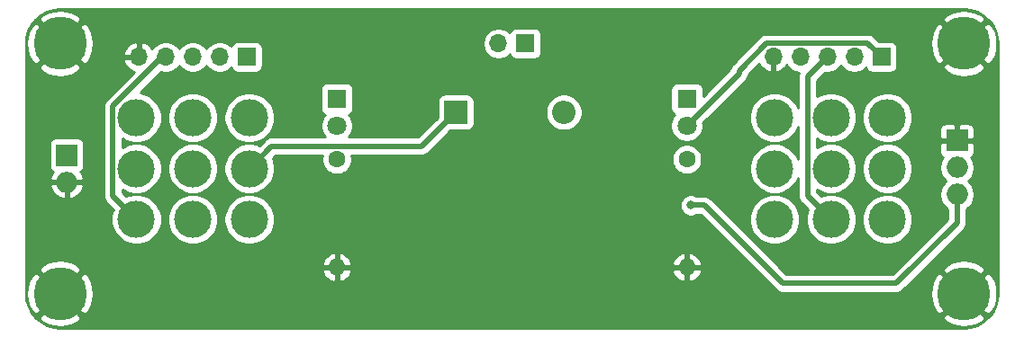
<source format=gbr>
G04 #@! TF.GenerationSoftware,KiCad,Pcbnew,(5.1.7)-1*
G04 #@! TF.CreationDate,2022-04-04T18:58:48-05:00*
G04 #@! TF.ProjectId,ConsolePedalSide,436f6e73-6f6c-4655-9065-64616c536964,rev?*
G04 #@! TF.SameCoordinates,Original*
G04 #@! TF.FileFunction,Copper,L2,Bot*
G04 #@! TF.FilePolarity,Positive*
%FSLAX46Y46*%
G04 Gerber Fmt 4.6, Leading zero omitted, Abs format (unit mm)*
G04 Created by KiCad (PCBNEW (5.1.7)-1) date 2022-04-04 18:58:48*
%MOMM*%
%LPD*%
G01*
G04 APERTURE LIST*
G04 #@! TA.AperFunction,ComponentPad*
%ADD10C,3.500000*%
G04 #@! TD*
G04 #@! TA.AperFunction,ComponentPad*
%ADD11O,1.700000X1.700000*%
G04 #@! TD*
G04 #@! TA.AperFunction,ComponentPad*
%ADD12R,1.700000X1.700000*%
G04 #@! TD*
G04 #@! TA.AperFunction,ComponentPad*
%ADD13C,1.800000*%
G04 #@! TD*
G04 #@! TA.AperFunction,ComponentPad*
%ADD14R,1.800000X1.800000*%
G04 #@! TD*
G04 #@! TA.AperFunction,ComponentPad*
%ADD15O,2.200000X2.200000*%
G04 #@! TD*
G04 #@! TA.AperFunction,ComponentPad*
%ADD16R,2.200000X2.200000*%
G04 #@! TD*
G04 #@! TA.AperFunction,ComponentPad*
%ADD17C,5.000000*%
G04 #@! TD*
G04 #@! TA.AperFunction,ComponentPad*
%ADD18O,1.600000X1.600000*%
G04 #@! TD*
G04 #@! TA.AperFunction,ComponentPad*
%ADD19C,1.600000*%
G04 #@! TD*
G04 #@! TA.AperFunction,ComponentPad*
%ADD20R,2.000000X2.000000*%
G04 #@! TD*
G04 #@! TA.AperFunction,ComponentPad*
%ADD21O,2.000000X2.000000*%
G04 #@! TD*
G04 #@! TA.AperFunction,ViaPad*
%ADD22C,0.800000*%
G04 #@! TD*
G04 #@! TA.AperFunction,Conductor*
%ADD23C,0.500000*%
G04 #@! TD*
G04 #@! TA.AperFunction,Conductor*
%ADD24C,0.254000*%
G04 #@! TD*
G04 #@! TA.AperFunction,Conductor*
%ADD25C,0.100000*%
G04 #@! TD*
G04 APERTURE END LIST*
D10*
G04 #@! TO.P,S2,P$9*
G04 #@! TO.N,/SlotBLED*
X168846621Y-115887501D03*
G04 #@! TO.P,S2,P$8*
G04 #@! TO.N,+9V*
X168846621Y-111089441D03*
G04 #@! TO.P,S2,P$7*
G04 #@! TO.N,N/C*
X168846621Y-106291381D03*
G04 #@! TO.P,S2,P$6*
G04 #@! TO.N,/SlotBOutput*
X163548181Y-115887501D03*
G04 #@! TO.P,S2,P$5*
G04 #@! TO.N,Net-(J2-Pad1)*
X163548181Y-111089441D03*
G04 #@! TO.P,S2,P$4*
G04 #@! TO.N,Net-(S2-PadP$1)*
X163548181Y-106291381D03*
G04 #@! TO.P,S2,P$3*
G04 #@! TO.N,/SlotBInput*
X158249741Y-115887501D03*
G04 #@! TO.P,S2,P$2*
G04 #@! TO.N,Net-(S1-PadP$5)*
X158249741Y-111089441D03*
G04 #@! TO.P,S2,P$1*
G04 #@! TO.N,Net-(S2-PadP$1)*
X158249741Y-106291381D03*
G04 #@! TD*
G04 #@! TO.P,S1,P$9*
G04 #@! TO.N,/SlotALED*
X108846621Y-115887501D03*
G04 #@! TO.P,S1,P$8*
G04 #@! TO.N,+9V*
X108846621Y-111089441D03*
G04 #@! TO.P,S1,P$7*
G04 #@! TO.N,N/C*
X108846621Y-106291381D03*
G04 #@! TO.P,S1,P$6*
G04 #@! TO.N,/SlotAOutput*
X103548181Y-115887501D03*
G04 #@! TO.P,S1,P$5*
G04 #@! TO.N,Net-(S1-PadP$5)*
X103548181Y-111089441D03*
G04 #@! TO.P,S1,P$4*
G04 #@! TO.N,Net-(S1-PadP$1)*
X103548181Y-106291381D03*
G04 #@! TO.P,S1,P$3*
G04 #@! TO.N,/SlotAInput*
X98249741Y-115887501D03*
G04 #@! TO.P,S1,P$2*
G04 #@! TO.N,Net-(J1-Pad3)*
X98249741Y-111089441D03*
G04 #@! TO.P,S1,P$1*
G04 #@! TO.N,Net-(S1-PadP$1)*
X98249741Y-106291381D03*
G04 #@! TD*
D11*
G04 #@! TO.P,BT1,2*
G04 #@! TO.N,Net-(BT1-Pad2)*
X132278181Y-99314000D03*
D12*
G04 #@! TO.P,BT1,1*
G04 #@! TO.N,Net-(BT1-Pad1)*
X134818181Y-99314000D03*
G04 #@! TD*
D13*
G04 #@! TO.P,D1,2*
G04 #@! TO.N,/SlotALED*
X117094000Y-107061000D03*
D14*
G04 #@! TO.P,D1,1*
G04 #@! TO.N,Net-(D1-Pad1)*
X117094000Y-104521000D03*
G04 #@! TD*
D15*
G04 #@! TO.P,D2,2*
G04 #@! TO.N,Net-(BT1-Pad1)*
X138430000Y-105791000D03*
D16*
G04 #@! TO.P,D2,1*
G04 #@! TO.N,+9V*
X128270000Y-105791000D03*
G04 #@! TD*
D13*
G04 #@! TO.P,D3,2*
G04 #@! TO.N,/SlotBLED*
X149987000Y-107061000D03*
D14*
G04 #@! TO.P,D3,1*
G04 #@! TO.N,Net-(D3-Pad1)*
X149987000Y-104521000D03*
G04 #@! TD*
D17*
G04 #@! TO.P,H1,1*
G04 #@! TO.N,GND*
X91059000Y-99314000D03*
G04 #@! TD*
G04 #@! TO.P,H2,1*
G04 #@! TO.N,GND*
X176037362Y-99314000D03*
G04 #@! TD*
G04 #@! TO.P,H3,1*
G04 #@! TO.N,GND*
X91059000Y-122864882D03*
G04 #@! TD*
G04 #@! TO.P,H4,1*
G04 #@! TO.N,GND*
X176037362Y-122864882D03*
G04 #@! TD*
D11*
G04 #@! TO.P,J3,5*
G04 #@! TO.N,GND*
X98468181Y-100584000D03*
G04 #@! TO.P,J3,4*
G04 #@! TO.N,/SlotAInput*
X101008181Y-100584000D03*
G04 #@! TO.P,J3,3*
G04 #@! TO.N,/SlotAOutput*
X103548181Y-100584000D03*
G04 #@! TO.P,J3,2*
G04 #@! TO.N,+9V*
X106088181Y-100584000D03*
D12*
G04 #@! TO.P,J3,1*
G04 #@! TO.N,/SlotALED*
X108628181Y-100584000D03*
G04 #@! TD*
D11*
G04 #@! TO.P,J4,5*
G04 #@! TO.N,GND*
X158115000Y-100584000D03*
G04 #@! TO.P,J4,4*
G04 #@! TO.N,/SlotBInput*
X160655000Y-100584000D03*
G04 #@! TO.P,J4,3*
G04 #@! TO.N,/SlotBOutput*
X163195000Y-100584000D03*
G04 #@! TO.P,J4,2*
G04 #@! TO.N,+9V*
X165735000Y-100584000D03*
D12*
G04 #@! TO.P,J4,1*
G04 #@! TO.N,/SlotBLED*
X168275000Y-100584000D03*
G04 #@! TD*
D18*
G04 #@! TO.P,R1,2*
G04 #@! TO.N,GND*
X117094000Y-120396000D03*
D19*
G04 #@! TO.P,R1,1*
G04 #@! TO.N,Net-(D1-Pad1)*
X117094000Y-110236000D03*
G04 #@! TD*
D18*
G04 #@! TO.P,R2,2*
G04 #@! TO.N,GND*
X149987000Y-120396000D03*
D19*
G04 #@! TO.P,R2,1*
G04 #@! TO.N,Net-(D3-Pad1)*
X149987000Y-110236000D03*
G04 #@! TD*
D20*
G04 #@! TO.P,J1,1*
G04 #@! TO.N,GND*
X175387000Y-108458000D03*
D21*
G04 #@! TO.P,J1,2*
G04 #@! TO.N,Net-(BT1-Pad2)*
X175387000Y-110998000D03*
G04 #@! TO.P,J1,3*
G04 #@! TO.N,Net-(J1-Pad3)*
X175387000Y-113538000D03*
G04 #@! TD*
D20*
G04 #@! TO.P,J2,1*
G04 #@! TO.N,Net-(J2-Pad1)*
X91694000Y-109819441D03*
D21*
G04 #@! TO.P,J2,2*
G04 #@! TO.N,GND*
X91694000Y-112359441D03*
G04 #@! TD*
D22*
G04 #@! TO.N,Net-(J1-Pad3)*
X150368000Y-114554000D03*
G04 #@! TD*
D23*
G04 #@! TO.N,+9V*
X125075001Y-108985999D02*
X128270000Y-105791000D01*
X110950063Y-108985999D02*
X125075001Y-108985999D01*
X108846621Y-111089441D02*
X110950063Y-108985999D01*
G04 #@! TO.N,/SlotBLED*
X157490999Y-99283999D02*
X166974999Y-99283999D01*
X154907133Y-101867865D02*
X157490999Y-99283999D01*
X154907133Y-102140867D02*
X154907133Y-101867865D01*
X166974999Y-99283999D02*
X168275000Y-100584000D01*
X149987000Y-107061000D02*
X154907133Y-102140867D01*
G04 #@! TO.N,Net-(J1-Pad3)*
X150368000Y-114554000D02*
X151638000Y-114554000D01*
X151638000Y-114554000D02*
X159004000Y-121920000D01*
X159004000Y-121920000D02*
X169672000Y-121920000D01*
X175387000Y-116205000D02*
X175387000Y-113538000D01*
X169672000Y-121920000D02*
X175387000Y-116205000D01*
G04 #@! TO.N,/SlotAInput*
X100701120Y-100584000D02*
X101008181Y-100584000D01*
X96049740Y-105235380D02*
X100701120Y-100584000D01*
X96049740Y-113687500D02*
X96049740Y-105235380D01*
X98249741Y-115887501D02*
X96049740Y-113687500D01*
G04 #@! TO.N,/SlotBOutput*
X161348180Y-113687500D02*
X163548181Y-115887501D01*
X161348180Y-102430820D02*
X161348180Y-113687500D01*
X163195000Y-100584000D02*
X161348180Y-102430820D01*
G04 #@! TD*
D24*
G04 #@! TO.N,GND*
X176661095Y-96163922D02*
X177261070Y-96345065D01*
X177814431Y-96639293D01*
X178300107Y-97035400D01*
X178699598Y-97518301D01*
X178997681Y-98069594D01*
X179183009Y-98668291D01*
X179252363Y-99328152D01*
X179252362Y-122826485D01*
X179187440Y-123488615D01*
X179006297Y-124088588D01*
X178712068Y-124641953D01*
X178315958Y-125127631D01*
X177833061Y-125527117D01*
X177281764Y-125825203D01*
X176683070Y-126010529D01*
X176023221Y-126079882D01*
X91097397Y-126079882D01*
X90435267Y-126014960D01*
X89835294Y-125833817D01*
X89281929Y-125539588D01*
X88796251Y-125143478D01*
X88733836Y-125068030D01*
X89035457Y-125068030D01*
X89311627Y-125486000D01*
X89856557Y-125776531D01*
X90447696Y-125955169D01*
X91062328Y-126015050D01*
X91676831Y-125953872D01*
X92267592Y-125773985D01*
X92806373Y-125486000D01*
X93082543Y-125068030D01*
X174013819Y-125068030D01*
X174289989Y-125486000D01*
X174834919Y-125776531D01*
X175426058Y-125955169D01*
X176040690Y-126015050D01*
X176655193Y-125953872D01*
X177245954Y-125773985D01*
X177784735Y-125486000D01*
X178060905Y-125068030D01*
X176037362Y-123044487D01*
X174013819Y-125068030D01*
X93082543Y-125068030D01*
X91059000Y-123044487D01*
X89035457Y-125068030D01*
X88733836Y-125068030D01*
X88396765Y-124660581D01*
X88098679Y-124109284D01*
X87913353Y-123510590D01*
X87845837Y-122868210D01*
X87908832Y-122868210D01*
X87970010Y-123482713D01*
X88149897Y-124073474D01*
X88437882Y-124612255D01*
X88855852Y-124888425D01*
X90879395Y-122864882D01*
X91238605Y-122864882D01*
X93262148Y-124888425D01*
X93680118Y-124612255D01*
X93970649Y-124067325D01*
X94149287Y-123476186D01*
X94208519Y-122868210D01*
X172887194Y-122868210D01*
X172948372Y-123482713D01*
X173128259Y-124073474D01*
X173416244Y-124612255D01*
X173834214Y-124888425D01*
X175857757Y-122864882D01*
X176216967Y-122864882D01*
X178240510Y-124888425D01*
X178658480Y-124612255D01*
X178949011Y-124067325D01*
X179127649Y-123476186D01*
X179187530Y-122861554D01*
X179126352Y-122247051D01*
X178946465Y-121656290D01*
X178658480Y-121117509D01*
X178240510Y-120841339D01*
X176216967Y-122864882D01*
X175857757Y-122864882D01*
X173834214Y-120841339D01*
X173416244Y-121117509D01*
X173125713Y-121662439D01*
X172947075Y-122253578D01*
X172887194Y-122868210D01*
X94208519Y-122868210D01*
X94209168Y-122861554D01*
X94147990Y-122247051D01*
X93968103Y-121656290D01*
X93680118Y-121117509D01*
X93262148Y-120841339D01*
X91238605Y-122864882D01*
X90879395Y-122864882D01*
X88855852Y-120841339D01*
X88437882Y-121117509D01*
X88147351Y-121662439D01*
X87968713Y-122253578D01*
X87908832Y-122868210D01*
X87845837Y-122868210D01*
X87844000Y-122850741D01*
X87844000Y-120661734D01*
X89035457Y-120661734D01*
X91059000Y-122685277D01*
X92999237Y-120745040D01*
X115702091Y-120745040D01*
X115796930Y-121009881D01*
X115941615Y-121251131D01*
X116130586Y-121459519D01*
X116356580Y-121627037D01*
X116610913Y-121747246D01*
X116744961Y-121787904D01*
X116967000Y-121665915D01*
X116967000Y-120523000D01*
X117221000Y-120523000D01*
X117221000Y-121665915D01*
X117443039Y-121787904D01*
X117577087Y-121747246D01*
X117831420Y-121627037D01*
X118057414Y-121459519D01*
X118246385Y-121251131D01*
X118391070Y-121009881D01*
X118485909Y-120745040D01*
X148595091Y-120745040D01*
X148689930Y-121009881D01*
X148834615Y-121251131D01*
X149023586Y-121459519D01*
X149249580Y-121627037D01*
X149503913Y-121747246D01*
X149637961Y-121787904D01*
X149860000Y-121665915D01*
X149860000Y-120523000D01*
X150114000Y-120523000D01*
X150114000Y-121665915D01*
X150336039Y-121787904D01*
X150470087Y-121747246D01*
X150724420Y-121627037D01*
X150950414Y-121459519D01*
X151139385Y-121251131D01*
X151284070Y-121009881D01*
X151378909Y-120745040D01*
X151257624Y-120523000D01*
X150114000Y-120523000D01*
X149860000Y-120523000D01*
X148716376Y-120523000D01*
X148595091Y-120745040D01*
X118485909Y-120745040D01*
X118364624Y-120523000D01*
X117221000Y-120523000D01*
X116967000Y-120523000D01*
X115823376Y-120523000D01*
X115702091Y-120745040D01*
X92999237Y-120745040D01*
X93082543Y-120661734D01*
X92806373Y-120243764D01*
X92437241Y-120046960D01*
X115702091Y-120046960D01*
X115823376Y-120269000D01*
X116967000Y-120269000D01*
X116967000Y-119126085D01*
X117221000Y-119126085D01*
X117221000Y-120269000D01*
X118364624Y-120269000D01*
X118485909Y-120046960D01*
X148595091Y-120046960D01*
X148716376Y-120269000D01*
X149860000Y-120269000D01*
X149860000Y-119126085D01*
X150114000Y-119126085D01*
X150114000Y-120269000D01*
X151257624Y-120269000D01*
X151378909Y-120046960D01*
X151284070Y-119782119D01*
X151139385Y-119540869D01*
X150950414Y-119332481D01*
X150724420Y-119164963D01*
X150470087Y-119044754D01*
X150336039Y-119004096D01*
X150114000Y-119126085D01*
X149860000Y-119126085D01*
X149637961Y-119004096D01*
X149503913Y-119044754D01*
X149249580Y-119164963D01*
X149023586Y-119332481D01*
X148834615Y-119540869D01*
X148689930Y-119782119D01*
X148595091Y-120046960D01*
X118485909Y-120046960D01*
X118391070Y-119782119D01*
X118246385Y-119540869D01*
X118057414Y-119332481D01*
X117831420Y-119164963D01*
X117577087Y-119044754D01*
X117443039Y-119004096D01*
X117221000Y-119126085D01*
X116967000Y-119126085D01*
X116744961Y-119004096D01*
X116610913Y-119044754D01*
X116356580Y-119164963D01*
X116130586Y-119332481D01*
X115941615Y-119540869D01*
X115796930Y-119782119D01*
X115702091Y-120046960D01*
X92437241Y-120046960D01*
X92261443Y-119953233D01*
X91670304Y-119774595D01*
X91055672Y-119714714D01*
X90441169Y-119775892D01*
X89850408Y-119955779D01*
X89311627Y-120243764D01*
X89035457Y-120661734D01*
X87844000Y-120661734D01*
X87844000Y-112739875D01*
X90103876Y-112739875D01*
X90160498Y-112926548D01*
X90300601Y-113214823D01*
X90494252Y-113470226D01*
X90734008Y-113682942D01*
X91010656Y-113844797D01*
X91313565Y-113949570D01*
X91567000Y-113830756D01*
X91567000Y-112486441D01*
X91821000Y-112486441D01*
X91821000Y-113830756D01*
X92074435Y-113949570D01*
X92377344Y-113844797D01*
X92653992Y-113682942D01*
X92893748Y-113470226D01*
X93087399Y-113214823D01*
X93227502Y-112926548D01*
X93284124Y-112739875D01*
X93164777Y-112486441D01*
X91821000Y-112486441D01*
X91567000Y-112486441D01*
X90223223Y-112486441D01*
X90103876Y-112739875D01*
X87844000Y-112739875D01*
X87844000Y-108819441D01*
X90055928Y-108819441D01*
X90055928Y-110819441D01*
X90068188Y-110943923D01*
X90104498Y-111063621D01*
X90163463Y-111173935D01*
X90242815Y-111270626D01*
X90339506Y-111349978D01*
X90394955Y-111379617D01*
X90300601Y-111504059D01*
X90160498Y-111792334D01*
X90103876Y-111979007D01*
X90223223Y-112232441D01*
X91567000Y-112232441D01*
X91567000Y-112212441D01*
X91821000Y-112212441D01*
X91821000Y-112232441D01*
X93164777Y-112232441D01*
X93284124Y-111979007D01*
X93227502Y-111792334D01*
X93087399Y-111504059D01*
X92993045Y-111379617D01*
X93048494Y-111349978D01*
X93145185Y-111270626D01*
X93224537Y-111173935D01*
X93283502Y-111063621D01*
X93319812Y-110943923D01*
X93332072Y-110819441D01*
X93332072Y-108819441D01*
X93319812Y-108694959D01*
X93283502Y-108575261D01*
X93224537Y-108464947D01*
X93145185Y-108368256D01*
X93048494Y-108288904D01*
X92938180Y-108229939D01*
X92818482Y-108193629D01*
X92694000Y-108181369D01*
X90694000Y-108181369D01*
X90569518Y-108193629D01*
X90449820Y-108229939D01*
X90339506Y-108288904D01*
X90242815Y-108368256D01*
X90163463Y-108464947D01*
X90104498Y-108575261D01*
X90068188Y-108694959D01*
X90055928Y-108819441D01*
X87844000Y-108819441D01*
X87844000Y-105235380D01*
X95160459Y-105235380D01*
X95164741Y-105278859D01*
X95164740Y-113644031D01*
X95160459Y-113687500D01*
X95164740Y-113730969D01*
X95164740Y-113730976D01*
X95177545Y-113860989D01*
X95228151Y-114027812D01*
X95310329Y-114181558D01*
X95420923Y-114316317D01*
X95454696Y-114344034D01*
X96057762Y-114947100D01*
X95956395Y-115191822D01*
X95864741Y-115652599D01*
X95864741Y-116122403D01*
X95956395Y-116583180D01*
X96136181Y-117017222D01*
X96397191Y-117407850D01*
X96729392Y-117740051D01*
X97120020Y-118001061D01*
X97554062Y-118180847D01*
X98014839Y-118272501D01*
X98484643Y-118272501D01*
X98945420Y-118180847D01*
X99379462Y-118001061D01*
X99770090Y-117740051D01*
X100102291Y-117407850D01*
X100363301Y-117017222D01*
X100543087Y-116583180D01*
X100634741Y-116122403D01*
X100634741Y-115652599D01*
X101163181Y-115652599D01*
X101163181Y-116122403D01*
X101254835Y-116583180D01*
X101434621Y-117017222D01*
X101695631Y-117407850D01*
X102027832Y-117740051D01*
X102418460Y-118001061D01*
X102852502Y-118180847D01*
X103313279Y-118272501D01*
X103783083Y-118272501D01*
X104243860Y-118180847D01*
X104677902Y-118001061D01*
X105068530Y-117740051D01*
X105400731Y-117407850D01*
X105661741Y-117017222D01*
X105841527Y-116583180D01*
X105933181Y-116122403D01*
X105933181Y-115652599D01*
X106461621Y-115652599D01*
X106461621Y-116122403D01*
X106553275Y-116583180D01*
X106733061Y-117017222D01*
X106994071Y-117407850D01*
X107326272Y-117740051D01*
X107716900Y-118001061D01*
X108150942Y-118180847D01*
X108611719Y-118272501D01*
X109081523Y-118272501D01*
X109542300Y-118180847D01*
X109976342Y-118001061D01*
X110366970Y-117740051D01*
X110699171Y-117407850D01*
X110960181Y-117017222D01*
X111139967Y-116583180D01*
X111231621Y-116122403D01*
X111231621Y-115652599D01*
X111139967Y-115191822D01*
X110960181Y-114757780D01*
X110755906Y-114452061D01*
X149333000Y-114452061D01*
X149333000Y-114655939D01*
X149372774Y-114855898D01*
X149450795Y-115044256D01*
X149564063Y-115213774D01*
X149708226Y-115357937D01*
X149877744Y-115471205D01*
X150066102Y-115549226D01*
X150266061Y-115589000D01*
X150469939Y-115589000D01*
X150669898Y-115549226D01*
X150858256Y-115471205D01*
X150906454Y-115439000D01*
X151271422Y-115439000D01*
X158347470Y-122515049D01*
X158375183Y-122548817D01*
X158408951Y-122576530D01*
X158408953Y-122576532D01*
X158471083Y-122627521D01*
X158509941Y-122659411D01*
X158663687Y-122741589D01*
X158830510Y-122792195D01*
X158960523Y-122805000D01*
X158960533Y-122805000D01*
X159003999Y-122809281D01*
X159047465Y-122805000D01*
X169628531Y-122805000D01*
X169672000Y-122809281D01*
X169715469Y-122805000D01*
X169715477Y-122805000D01*
X169845490Y-122792195D01*
X170012313Y-122741589D01*
X170166059Y-122659411D01*
X170300817Y-122548817D01*
X170328534Y-122515044D01*
X172181844Y-120661734D01*
X174013819Y-120661734D01*
X176037362Y-122685277D01*
X178060905Y-120661734D01*
X177784735Y-120243764D01*
X177239805Y-119953233D01*
X176648666Y-119774595D01*
X176034034Y-119714714D01*
X175419531Y-119775892D01*
X174828770Y-119955779D01*
X174289989Y-120243764D01*
X174013819Y-120661734D01*
X172181844Y-120661734D01*
X175982051Y-116861528D01*
X176015817Y-116833817D01*
X176126411Y-116699059D01*
X176126412Y-116699058D01*
X176208589Y-116545314D01*
X176259195Y-116378490D01*
X176259195Y-116378489D01*
X176272000Y-116248477D01*
X176272000Y-116248469D01*
X176276281Y-116205000D01*
X176272000Y-116161531D01*
X176272000Y-114913059D01*
X176429252Y-114807987D01*
X176656987Y-114580252D01*
X176835918Y-114312463D01*
X176959168Y-114014912D01*
X177022000Y-113699033D01*
X177022000Y-113376967D01*
X176959168Y-113061088D01*
X176835918Y-112763537D01*
X176656987Y-112495748D01*
X176429252Y-112268013D01*
X176429233Y-112268000D01*
X176429252Y-112267987D01*
X176656987Y-112040252D01*
X176835918Y-111772463D01*
X176959168Y-111474912D01*
X177022000Y-111159033D01*
X177022000Y-110836967D01*
X176959168Y-110521088D01*
X176835918Y-110223537D01*
X176695370Y-110013191D01*
X176741494Y-109988537D01*
X176838185Y-109909185D01*
X176917537Y-109812494D01*
X176976502Y-109702180D01*
X177012812Y-109582482D01*
X177025072Y-109458000D01*
X177022000Y-108743750D01*
X176863250Y-108585000D01*
X175514000Y-108585000D01*
X175514000Y-108605000D01*
X175260000Y-108605000D01*
X175260000Y-108585000D01*
X173910750Y-108585000D01*
X173752000Y-108743750D01*
X173748928Y-109458000D01*
X173761188Y-109582482D01*
X173797498Y-109702180D01*
X173856463Y-109812494D01*
X173935815Y-109909185D01*
X174032506Y-109988537D01*
X174078630Y-110013191D01*
X173938082Y-110223537D01*
X173814832Y-110521088D01*
X173752000Y-110836967D01*
X173752000Y-111159033D01*
X173814832Y-111474912D01*
X173938082Y-111772463D01*
X174117013Y-112040252D01*
X174344748Y-112267987D01*
X174344767Y-112268000D01*
X174344748Y-112268013D01*
X174117013Y-112495748D01*
X173938082Y-112763537D01*
X173814832Y-113061088D01*
X173752000Y-113376967D01*
X173752000Y-113699033D01*
X173814832Y-114014912D01*
X173938082Y-114312463D01*
X174117013Y-114580252D01*
X174344748Y-114807987D01*
X174502000Y-114913060D01*
X174502000Y-115838421D01*
X169305422Y-121035000D01*
X159370579Y-121035000D01*
X153988178Y-115652599D01*
X155864741Y-115652599D01*
X155864741Y-116122403D01*
X155956395Y-116583180D01*
X156136181Y-117017222D01*
X156397191Y-117407850D01*
X156729392Y-117740051D01*
X157120020Y-118001061D01*
X157554062Y-118180847D01*
X158014839Y-118272501D01*
X158484643Y-118272501D01*
X158945420Y-118180847D01*
X159379462Y-118001061D01*
X159770090Y-117740051D01*
X160102291Y-117407850D01*
X160363301Y-117017222D01*
X160543087Y-116583180D01*
X160634741Y-116122403D01*
X160634741Y-115652599D01*
X160543087Y-115191822D01*
X160363301Y-114757780D01*
X160102291Y-114367152D01*
X159770090Y-114034951D01*
X159379462Y-113773941D01*
X158945420Y-113594155D01*
X158484643Y-113502501D01*
X158014839Y-113502501D01*
X157554062Y-113594155D01*
X157120020Y-113773941D01*
X156729392Y-114034951D01*
X156397191Y-114367152D01*
X156136181Y-114757780D01*
X155956395Y-115191822D01*
X155864741Y-115652599D01*
X153988178Y-115652599D01*
X152294534Y-113958956D01*
X152266817Y-113925183D01*
X152132059Y-113814589D01*
X151978313Y-113732411D01*
X151811490Y-113681805D01*
X151681477Y-113669000D01*
X151681469Y-113669000D01*
X151638000Y-113664719D01*
X151594531Y-113669000D01*
X150906454Y-113669000D01*
X150858256Y-113636795D01*
X150669898Y-113558774D01*
X150469939Y-113519000D01*
X150266061Y-113519000D01*
X150066102Y-113558774D01*
X149877744Y-113636795D01*
X149708226Y-113750063D01*
X149564063Y-113894226D01*
X149450795Y-114063744D01*
X149372774Y-114252102D01*
X149333000Y-114452061D01*
X110755906Y-114452061D01*
X110699171Y-114367152D01*
X110366970Y-114034951D01*
X109976342Y-113773941D01*
X109542300Y-113594155D01*
X109081523Y-113502501D01*
X108611719Y-113502501D01*
X108150942Y-113594155D01*
X107716900Y-113773941D01*
X107326272Y-114034951D01*
X106994071Y-114367152D01*
X106733061Y-114757780D01*
X106553275Y-115191822D01*
X106461621Y-115652599D01*
X105933181Y-115652599D01*
X105841527Y-115191822D01*
X105661741Y-114757780D01*
X105400731Y-114367152D01*
X105068530Y-114034951D01*
X104677902Y-113773941D01*
X104243860Y-113594155D01*
X103783083Y-113502501D01*
X103313279Y-113502501D01*
X102852502Y-113594155D01*
X102418460Y-113773941D01*
X102027832Y-114034951D01*
X101695631Y-114367152D01*
X101434621Y-114757780D01*
X101254835Y-115191822D01*
X101163181Y-115652599D01*
X100634741Y-115652599D01*
X100543087Y-115191822D01*
X100363301Y-114757780D01*
X100102291Y-114367152D01*
X99770090Y-114034951D01*
X99379462Y-113773941D01*
X98945420Y-113594155D01*
X98484643Y-113502501D01*
X98014839Y-113502501D01*
X97554062Y-113594155D01*
X97309340Y-113695522D01*
X96934740Y-113320922D01*
X96934740Y-113079201D01*
X97120020Y-113203001D01*
X97554062Y-113382787D01*
X98014839Y-113474441D01*
X98484643Y-113474441D01*
X98945420Y-113382787D01*
X99379462Y-113203001D01*
X99770090Y-112941991D01*
X100102291Y-112609790D01*
X100363301Y-112219162D01*
X100543087Y-111785120D01*
X100634741Y-111324343D01*
X100634741Y-110854539D01*
X101163181Y-110854539D01*
X101163181Y-111324343D01*
X101254835Y-111785120D01*
X101434621Y-112219162D01*
X101695631Y-112609790D01*
X102027832Y-112941991D01*
X102418460Y-113203001D01*
X102852502Y-113382787D01*
X103313279Y-113474441D01*
X103783083Y-113474441D01*
X104243860Y-113382787D01*
X104677902Y-113203001D01*
X105068530Y-112941991D01*
X105400731Y-112609790D01*
X105661741Y-112219162D01*
X105841527Y-111785120D01*
X105933181Y-111324343D01*
X105933181Y-110854539D01*
X106461621Y-110854539D01*
X106461621Y-111324343D01*
X106553275Y-111785120D01*
X106733061Y-112219162D01*
X106994071Y-112609790D01*
X107326272Y-112941991D01*
X107716900Y-113203001D01*
X108150942Y-113382787D01*
X108611719Y-113474441D01*
X109081523Y-113474441D01*
X109542300Y-113382787D01*
X109976342Y-113203001D01*
X110366970Y-112941991D01*
X110699171Y-112609790D01*
X110960181Y-112219162D01*
X111139967Y-111785120D01*
X111231621Y-111324343D01*
X111231621Y-110854539D01*
X111139967Y-110393762D01*
X111038600Y-110149041D01*
X111316642Y-109870999D01*
X115703491Y-109870999D01*
X115659000Y-110094665D01*
X115659000Y-110377335D01*
X115714147Y-110654574D01*
X115822320Y-110915727D01*
X115979363Y-111150759D01*
X116179241Y-111350637D01*
X116414273Y-111507680D01*
X116675426Y-111615853D01*
X116952665Y-111671000D01*
X117235335Y-111671000D01*
X117512574Y-111615853D01*
X117773727Y-111507680D01*
X118008759Y-111350637D01*
X118208637Y-111150759D01*
X118365680Y-110915727D01*
X118473853Y-110654574D01*
X118529000Y-110377335D01*
X118529000Y-110094665D01*
X148552000Y-110094665D01*
X148552000Y-110377335D01*
X148607147Y-110654574D01*
X148715320Y-110915727D01*
X148872363Y-111150759D01*
X149072241Y-111350637D01*
X149307273Y-111507680D01*
X149568426Y-111615853D01*
X149845665Y-111671000D01*
X150128335Y-111671000D01*
X150405574Y-111615853D01*
X150666727Y-111507680D01*
X150901759Y-111350637D01*
X151101637Y-111150759D01*
X151258680Y-110915727D01*
X151366853Y-110654574D01*
X151422000Y-110377335D01*
X151422000Y-110094665D01*
X151366853Y-109817426D01*
X151258680Y-109556273D01*
X151101637Y-109321241D01*
X150901759Y-109121363D01*
X150666727Y-108964320D01*
X150405574Y-108856147D01*
X150128335Y-108801000D01*
X149845665Y-108801000D01*
X149568426Y-108856147D01*
X149307273Y-108964320D01*
X149072241Y-109121363D01*
X148872363Y-109321241D01*
X148715320Y-109556273D01*
X148607147Y-109817426D01*
X148552000Y-110094665D01*
X118529000Y-110094665D01*
X118484509Y-109870999D01*
X125031532Y-109870999D01*
X125075001Y-109875280D01*
X125118470Y-109870999D01*
X125118478Y-109870999D01*
X125248491Y-109858194D01*
X125415314Y-109807588D01*
X125569060Y-109725410D01*
X125703818Y-109614816D01*
X125731535Y-109581043D01*
X127783507Y-107529072D01*
X129370000Y-107529072D01*
X129494482Y-107516812D01*
X129614180Y-107480502D01*
X129724494Y-107421537D01*
X129821185Y-107342185D01*
X129900537Y-107245494D01*
X129959502Y-107135180D01*
X129995812Y-107015482D01*
X130008072Y-106891000D01*
X130008072Y-105620117D01*
X136695000Y-105620117D01*
X136695000Y-105961883D01*
X136761675Y-106297081D01*
X136892463Y-106612831D01*
X137082337Y-106896998D01*
X137324002Y-107138663D01*
X137608169Y-107328537D01*
X137923919Y-107459325D01*
X138259117Y-107526000D01*
X138600883Y-107526000D01*
X138936081Y-107459325D01*
X139251831Y-107328537D01*
X139535998Y-107138663D01*
X139777663Y-106896998D01*
X139967537Y-106612831D01*
X140098325Y-106297081D01*
X140165000Y-105961883D01*
X140165000Y-105620117D01*
X140098325Y-105284919D01*
X139967537Y-104969169D01*
X139777663Y-104685002D01*
X139535998Y-104443337D01*
X139251831Y-104253463D01*
X138936081Y-104122675D01*
X138600883Y-104056000D01*
X138259117Y-104056000D01*
X137923919Y-104122675D01*
X137608169Y-104253463D01*
X137324002Y-104443337D01*
X137082337Y-104685002D01*
X136892463Y-104969169D01*
X136761675Y-105284919D01*
X136695000Y-105620117D01*
X130008072Y-105620117D01*
X130008072Y-104691000D01*
X129995812Y-104566518D01*
X129959502Y-104446820D01*
X129900537Y-104336506D01*
X129821185Y-104239815D01*
X129724494Y-104160463D01*
X129614180Y-104101498D01*
X129494482Y-104065188D01*
X129370000Y-104052928D01*
X127170000Y-104052928D01*
X127045518Y-104065188D01*
X126925820Y-104101498D01*
X126815506Y-104160463D01*
X126718815Y-104239815D01*
X126639463Y-104336506D01*
X126580498Y-104446820D01*
X126544188Y-104566518D01*
X126531928Y-104691000D01*
X126531928Y-106277493D01*
X124708423Y-108100999D01*
X118224818Y-108100999D01*
X118286312Y-108039505D01*
X118454299Y-107788095D01*
X118570011Y-107508743D01*
X118629000Y-107212184D01*
X118629000Y-106909816D01*
X118570011Y-106613257D01*
X118454299Y-106333905D01*
X118286312Y-106082495D01*
X118219873Y-106016056D01*
X118238180Y-106010502D01*
X118348494Y-105951537D01*
X118445185Y-105872185D01*
X118524537Y-105775494D01*
X118583502Y-105665180D01*
X118619812Y-105545482D01*
X118632072Y-105421000D01*
X118632072Y-103621000D01*
X148448928Y-103621000D01*
X148448928Y-105421000D01*
X148461188Y-105545482D01*
X148497498Y-105665180D01*
X148556463Y-105775494D01*
X148635815Y-105872185D01*
X148732506Y-105951537D01*
X148842820Y-106010502D01*
X148861127Y-106016056D01*
X148794688Y-106082495D01*
X148626701Y-106333905D01*
X148510989Y-106613257D01*
X148452000Y-106909816D01*
X148452000Y-107212184D01*
X148510989Y-107508743D01*
X148626701Y-107788095D01*
X148794688Y-108039505D01*
X149008495Y-108253312D01*
X149259905Y-108421299D01*
X149539257Y-108537011D01*
X149835816Y-108596000D01*
X150138184Y-108596000D01*
X150434743Y-108537011D01*
X150714095Y-108421299D01*
X150965505Y-108253312D01*
X151179312Y-108039505D01*
X151347299Y-107788095D01*
X151463011Y-107508743D01*
X151522000Y-107212184D01*
X151522000Y-106909816D01*
X151500060Y-106799518D01*
X155502184Y-102797395D01*
X155535950Y-102769684D01*
X155601795Y-102689453D01*
X155646544Y-102634926D01*
X155728721Y-102481181D01*
X155728722Y-102481180D01*
X155779328Y-102314357D01*
X155786660Y-102239916D01*
X156785955Y-101240622D01*
X156919822Y-101465355D01*
X157114731Y-101681588D01*
X157348080Y-101855641D01*
X157610901Y-101980825D01*
X157758110Y-102025476D01*
X157988000Y-101904155D01*
X157988000Y-100711000D01*
X157968000Y-100711000D01*
X157968000Y-100457000D01*
X157988000Y-100457000D01*
X157988000Y-100437000D01*
X158242000Y-100437000D01*
X158242000Y-100457000D01*
X158262000Y-100457000D01*
X158262000Y-100711000D01*
X158242000Y-100711000D01*
X158242000Y-101904155D01*
X158471890Y-102025476D01*
X158619099Y-101980825D01*
X158881920Y-101855641D01*
X159115269Y-101681588D01*
X159310178Y-101465355D01*
X159379805Y-101348466D01*
X159501525Y-101530632D01*
X159708368Y-101737475D01*
X159951589Y-101899990D01*
X160221842Y-102011932D01*
X160508740Y-102069000D01*
X160538087Y-102069000D01*
X160526591Y-102090508D01*
X160475985Y-102257331D01*
X160463180Y-102387344D01*
X160463180Y-102387351D01*
X160458899Y-102430820D01*
X160463180Y-102474289D01*
X160463180Y-105402790D01*
X160363301Y-105161660D01*
X160102291Y-104771032D01*
X159770090Y-104438831D01*
X159379462Y-104177821D01*
X158945420Y-103998035D01*
X158484643Y-103906381D01*
X158014839Y-103906381D01*
X157554062Y-103998035D01*
X157120020Y-104177821D01*
X156729392Y-104438831D01*
X156397191Y-104771032D01*
X156136181Y-105161660D01*
X155956395Y-105595702D01*
X155864741Y-106056479D01*
X155864741Y-106526283D01*
X155956395Y-106987060D01*
X156136181Y-107421102D01*
X156397191Y-107811730D01*
X156729392Y-108143931D01*
X157120020Y-108404941D01*
X157554062Y-108584727D01*
X158014839Y-108676381D01*
X158484643Y-108676381D01*
X158945420Y-108584727D01*
X159379462Y-108404941D01*
X159770090Y-108143931D01*
X160102291Y-107811730D01*
X160363301Y-107421102D01*
X160463180Y-107179972D01*
X160463181Y-110200851D01*
X160363301Y-109959720D01*
X160102291Y-109569092D01*
X159770090Y-109236891D01*
X159379462Y-108975881D01*
X158945420Y-108796095D01*
X158484643Y-108704441D01*
X158014839Y-108704441D01*
X157554062Y-108796095D01*
X157120020Y-108975881D01*
X156729392Y-109236891D01*
X156397191Y-109569092D01*
X156136181Y-109959720D01*
X155956395Y-110393762D01*
X155864741Y-110854539D01*
X155864741Y-111324343D01*
X155956395Y-111785120D01*
X156136181Y-112219162D01*
X156397191Y-112609790D01*
X156729392Y-112941991D01*
X157120020Y-113203001D01*
X157554062Y-113382787D01*
X158014839Y-113474441D01*
X158484643Y-113474441D01*
X158945420Y-113382787D01*
X159379462Y-113203001D01*
X159770090Y-112941991D01*
X160102291Y-112609790D01*
X160363301Y-112219162D01*
X160463181Y-111978031D01*
X160463181Y-113644021D01*
X160458899Y-113687500D01*
X160475985Y-113860990D01*
X160526592Y-114027813D01*
X160608770Y-114181559D01*
X160691648Y-114282546D01*
X160691651Y-114282549D01*
X160719364Y-114316317D01*
X160753131Y-114344029D01*
X161356202Y-114947100D01*
X161254835Y-115191822D01*
X161163181Y-115652599D01*
X161163181Y-116122403D01*
X161254835Y-116583180D01*
X161434621Y-117017222D01*
X161695631Y-117407850D01*
X162027832Y-117740051D01*
X162418460Y-118001061D01*
X162852502Y-118180847D01*
X163313279Y-118272501D01*
X163783083Y-118272501D01*
X164243860Y-118180847D01*
X164677902Y-118001061D01*
X165068530Y-117740051D01*
X165400731Y-117407850D01*
X165661741Y-117017222D01*
X165841527Y-116583180D01*
X165933181Y-116122403D01*
X165933181Y-115652599D01*
X166461621Y-115652599D01*
X166461621Y-116122403D01*
X166553275Y-116583180D01*
X166733061Y-117017222D01*
X166994071Y-117407850D01*
X167326272Y-117740051D01*
X167716900Y-118001061D01*
X168150942Y-118180847D01*
X168611719Y-118272501D01*
X169081523Y-118272501D01*
X169542300Y-118180847D01*
X169976342Y-118001061D01*
X170366970Y-117740051D01*
X170699171Y-117407850D01*
X170960181Y-117017222D01*
X171139967Y-116583180D01*
X171231621Y-116122403D01*
X171231621Y-115652599D01*
X171139967Y-115191822D01*
X170960181Y-114757780D01*
X170699171Y-114367152D01*
X170366970Y-114034951D01*
X169976342Y-113773941D01*
X169542300Y-113594155D01*
X169081523Y-113502501D01*
X168611719Y-113502501D01*
X168150942Y-113594155D01*
X167716900Y-113773941D01*
X167326272Y-114034951D01*
X166994071Y-114367152D01*
X166733061Y-114757780D01*
X166553275Y-115191822D01*
X166461621Y-115652599D01*
X165933181Y-115652599D01*
X165841527Y-115191822D01*
X165661741Y-114757780D01*
X165400731Y-114367152D01*
X165068530Y-114034951D01*
X164677902Y-113773941D01*
X164243860Y-113594155D01*
X163783083Y-113502501D01*
X163313279Y-113502501D01*
X162852502Y-113594155D01*
X162607780Y-113695522D01*
X162233180Y-113320922D01*
X162233180Y-113079201D01*
X162418460Y-113203001D01*
X162852502Y-113382787D01*
X163313279Y-113474441D01*
X163783083Y-113474441D01*
X164243860Y-113382787D01*
X164677902Y-113203001D01*
X165068530Y-112941991D01*
X165400731Y-112609790D01*
X165661741Y-112219162D01*
X165841527Y-111785120D01*
X165933181Y-111324343D01*
X165933181Y-110854539D01*
X166461621Y-110854539D01*
X166461621Y-111324343D01*
X166553275Y-111785120D01*
X166733061Y-112219162D01*
X166994071Y-112609790D01*
X167326272Y-112941991D01*
X167716900Y-113203001D01*
X168150942Y-113382787D01*
X168611719Y-113474441D01*
X169081523Y-113474441D01*
X169542300Y-113382787D01*
X169976342Y-113203001D01*
X170366970Y-112941991D01*
X170699171Y-112609790D01*
X170960181Y-112219162D01*
X171139967Y-111785120D01*
X171231621Y-111324343D01*
X171231621Y-110854539D01*
X171139967Y-110393762D01*
X170960181Y-109959720D01*
X170699171Y-109569092D01*
X170366970Y-109236891D01*
X169976342Y-108975881D01*
X169542300Y-108796095D01*
X169081523Y-108704441D01*
X168611719Y-108704441D01*
X168150942Y-108796095D01*
X167716900Y-108975881D01*
X167326272Y-109236891D01*
X166994071Y-109569092D01*
X166733061Y-109959720D01*
X166553275Y-110393762D01*
X166461621Y-110854539D01*
X165933181Y-110854539D01*
X165841527Y-110393762D01*
X165661741Y-109959720D01*
X165400731Y-109569092D01*
X165068530Y-109236891D01*
X164677902Y-108975881D01*
X164243860Y-108796095D01*
X163783083Y-108704441D01*
X163313279Y-108704441D01*
X162852502Y-108796095D01*
X162418460Y-108975881D01*
X162233180Y-109099681D01*
X162233180Y-108281141D01*
X162418460Y-108404941D01*
X162852502Y-108584727D01*
X163313279Y-108676381D01*
X163783083Y-108676381D01*
X164243860Y-108584727D01*
X164677902Y-108404941D01*
X165068530Y-108143931D01*
X165400731Y-107811730D01*
X165661741Y-107421102D01*
X165841527Y-106987060D01*
X165933181Y-106526283D01*
X165933181Y-106056479D01*
X166461621Y-106056479D01*
X166461621Y-106526283D01*
X166553275Y-106987060D01*
X166733061Y-107421102D01*
X166994071Y-107811730D01*
X167326272Y-108143931D01*
X167716900Y-108404941D01*
X168150942Y-108584727D01*
X168611719Y-108676381D01*
X169081523Y-108676381D01*
X169542300Y-108584727D01*
X169976342Y-108404941D01*
X170366970Y-108143931D01*
X170699171Y-107811730D01*
X170935526Y-107458000D01*
X173748928Y-107458000D01*
X173752000Y-108172250D01*
X173910750Y-108331000D01*
X175260000Y-108331000D01*
X175260000Y-106981750D01*
X175514000Y-106981750D01*
X175514000Y-108331000D01*
X176863250Y-108331000D01*
X177022000Y-108172250D01*
X177025072Y-107458000D01*
X177012812Y-107333518D01*
X176976502Y-107213820D01*
X176917537Y-107103506D01*
X176838185Y-107006815D01*
X176741494Y-106927463D01*
X176631180Y-106868498D01*
X176511482Y-106832188D01*
X176387000Y-106819928D01*
X175672750Y-106823000D01*
X175514000Y-106981750D01*
X175260000Y-106981750D01*
X175101250Y-106823000D01*
X174387000Y-106819928D01*
X174262518Y-106832188D01*
X174142820Y-106868498D01*
X174032506Y-106927463D01*
X173935815Y-107006815D01*
X173856463Y-107103506D01*
X173797498Y-107213820D01*
X173761188Y-107333518D01*
X173748928Y-107458000D01*
X170935526Y-107458000D01*
X170960181Y-107421102D01*
X171139967Y-106987060D01*
X171231621Y-106526283D01*
X171231621Y-106056479D01*
X171139967Y-105595702D01*
X170960181Y-105161660D01*
X170699171Y-104771032D01*
X170366970Y-104438831D01*
X169976342Y-104177821D01*
X169542300Y-103998035D01*
X169081523Y-103906381D01*
X168611719Y-103906381D01*
X168150942Y-103998035D01*
X167716900Y-104177821D01*
X167326272Y-104438831D01*
X166994071Y-104771032D01*
X166733061Y-105161660D01*
X166553275Y-105595702D01*
X166461621Y-106056479D01*
X165933181Y-106056479D01*
X165841527Y-105595702D01*
X165661741Y-105161660D01*
X165400731Y-104771032D01*
X165068530Y-104438831D01*
X164677902Y-104177821D01*
X164243860Y-103998035D01*
X163783083Y-103906381D01*
X163313279Y-103906381D01*
X162852502Y-103998035D01*
X162418460Y-104177821D01*
X162233180Y-104301621D01*
X162233180Y-102797398D01*
X162976040Y-102054539D01*
X163048740Y-102069000D01*
X163341260Y-102069000D01*
X163628158Y-102011932D01*
X163898411Y-101899990D01*
X164141632Y-101737475D01*
X164348475Y-101530632D01*
X164465000Y-101356240D01*
X164581525Y-101530632D01*
X164788368Y-101737475D01*
X165031589Y-101899990D01*
X165301842Y-102011932D01*
X165588740Y-102069000D01*
X165881260Y-102069000D01*
X166168158Y-102011932D01*
X166438411Y-101899990D01*
X166681632Y-101737475D01*
X166813487Y-101605620D01*
X166835498Y-101678180D01*
X166894463Y-101788494D01*
X166973815Y-101885185D01*
X167070506Y-101964537D01*
X167180820Y-102023502D01*
X167300518Y-102059812D01*
X167425000Y-102072072D01*
X169125000Y-102072072D01*
X169249482Y-102059812D01*
X169369180Y-102023502D01*
X169479494Y-101964537D01*
X169576185Y-101885185D01*
X169655537Y-101788494D01*
X169714502Y-101678180D01*
X169750812Y-101558482D01*
X169754882Y-101517148D01*
X174013819Y-101517148D01*
X174289989Y-101935118D01*
X174834919Y-102225649D01*
X175426058Y-102404287D01*
X176040690Y-102464168D01*
X176655193Y-102402990D01*
X177245954Y-102223103D01*
X177784735Y-101935118D01*
X178060905Y-101517148D01*
X176037362Y-99493605D01*
X174013819Y-101517148D01*
X169754882Y-101517148D01*
X169763072Y-101434000D01*
X169763072Y-99734000D01*
X169750812Y-99609518D01*
X169714502Y-99489820D01*
X169655537Y-99379506D01*
X169604509Y-99317328D01*
X172887194Y-99317328D01*
X172948372Y-99931831D01*
X173128259Y-100522592D01*
X173416244Y-101061373D01*
X173834214Y-101337543D01*
X175857757Y-99314000D01*
X176216967Y-99314000D01*
X178240510Y-101337543D01*
X178658480Y-101061373D01*
X178949011Y-100516443D01*
X179127649Y-99925304D01*
X179187530Y-99310672D01*
X179126352Y-98696169D01*
X178946465Y-98105408D01*
X178658480Y-97566627D01*
X178240510Y-97290457D01*
X176216967Y-99314000D01*
X175857757Y-99314000D01*
X173834214Y-97290457D01*
X173416244Y-97566627D01*
X173125713Y-98111557D01*
X172947075Y-98702696D01*
X172887194Y-99317328D01*
X169604509Y-99317328D01*
X169576185Y-99282815D01*
X169479494Y-99203463D01*
X169369180Y-99144498D01*
X169249482Y-99108188D01*
X169125000Y-99095928D01*
X168038506Y-99095928D01*
X167631533Y-98688955D01*
X167603816Y-98655182D01*
X167469058Y-98544588D01*
X167315312Y-98462410D01*
X167148489Y-98411804D01*
X167018476Y-98398999D01*
X167018468Y-98398999D01*
X166974999Y-98394718D01*
X166931530Y-98398999D01*
X157534464Y-98398999D01*
X157490998Y-98394718D01*
X157447532Y-98398999D01*
X157447522Y-98398999D01*
X157317509Y-98411804D01*
X157150686Y-98462410D01*
X156996940Y-98544588D01*
X156967451Y-98568789D01*
X156895952Y-98627467D01*
X156895950Y-98627469D01*
X156862182Y-98655182D01*
X156834469Y-98688950D01*
X154312088Y-101211332D01*
X154278316Y-101239048D01*
X154167722Y-101373806D01*
X154085544Y-101527552D01*
X154034938Y-101694375D01*
X154027606Y-101768815D01*
X151525072Y-104271350D01*
X151525072Y-103621000D01*
X151512812Y-103496518D01*
X151476502Y-103376820D01*
X151417537Y-103266506D01*
X151338185Y-103169815D01*
X151241494Y-103090463D01*
X151131180Y-103031498D01*
X151011482Y-102995188D01*
X150887000Y-102982928D01*
X149087000Y-102982928D01*
X148962518Y-102995188D01*
X148842820Y-103031498D01*
X148732506Y-103090463D01*
X148635815Y-103169815D01*
X148556463Y-103266506D01*
X148497498Y-103376820D01*
X148461188Y-103496518D01*
X148448928Y-103621000D01*
X118632072Y-103621000D01*
X118619812Y-103496518D01*
X118583502Y-103376820D01*
X118524537Y-103266506D01*
X118445185Y-103169815D01*
X118348494Y-103090463D01*
X118238180Y-103031498D01*
X118118482Y-102995188D01*
X117994000Y-102982928D01*
X116194000Y-102982928D01*
X116069518Y-102995188D01*
X115949820Y-103031498D01*
X115839506Y-103090463D01*
X115742815Y-103169815D01*
X115663463Y-103266506D01*
X115604498Y-103376820D01*
X115568188Y-103496518D01*
X115555928Y-103621000D01*
X115555928Y-105421000D01*
X115568188Y-105545482D01*
X115604498Y-105665180D01*
X115663463Y-105775494D01*
X115742815Y-105872185D01*
X115839506Y-105951537D01*
X115949820Y-106010502D01*
X115968127Y-106016056D01*
X115901688Y-106082495D01*
X115733701Y-106333905D01*
X115617989Y-106613257D01*
X115559000Y-106909816D01*
X115559000Y-107212184D01*
X115617989Y-107508743D01*
X115733701Y-107788095D01*
X115901688Y-108039505D01*
X115963182Y-108100999D01*
X110993528Y-108100999D01*
X110950062Y-108096718D01*
X110906596Y-108100999D01*
X110906586Y-108100999D01*
X110776573Y-108113804D01*
X110609750Y-108164410D01*
X110456004Y-108246588D01*
X110456002Y-108246589D01*
X110456003Y-108246589D01*
X110355016Y-108329467D01*
X110355014Y-108329469D01*
X110321246Y-108357182D01*
X110293533Y-108390950D01*
X109787021Y-108897462D01*
X109542300Y-108796095D01*
X109081523Y-108704441D01*
X108611719Y-108704441D01*
X108150942Y-108796095D01*
X107716900Y-108975881D01*
X107326272Y-109236891D01*
X106994071Y-109569092D01*
X106733061Y-109959720D01*
X106553275Y-110393762D01*
X106461621Y-110854539D01*
X105933181Y-110854539D01*
X105841527Y-110393762D01*
X105661741Y-109959720D01*
X105400731Y-109569092D01*
X105068530Y-109236891D01*
X104677902Y-108975881D01*
X104243860Y-108796095D01*
X103783083Y-108704441D01*
X103313279Y-108704441D01*
X102852502Y-108796095D01*
X102418460Y-108975881D01*
X102027832Y-109236891D01*
X101695631Y-109569092D01*
X101434621Y-109959720D01*
X101254835Y-110393762D01*
X101163181Y-110854539D01*
X100634741Y-110854539D01*
X100543087Y-110393762D01*
X100363301Y-109959720D01*
X100102291Y-109569092D01*
X99770090Y-109236891D01*
X99379462Y-108975881D01*
X98945420Y-108796095D01*
X98484643Y-108704441D01*
X98014839Y-108704441D01*
X97554062Y-108796095D01*
X97120020Y-108975881D01*
X96934740Y-109099681D01*
X96934740Y-108281141D01*
X97120020Y-108404941D01*
X97554062Y-108584727D01*
X98014839Y-108676381D01*
X98484643Y-108676381D01*
X98945420Y-108584727D01*
X99379462Y-108404941D01*
X99770090Y-108143931D01*
X100102291Y-107811730D01*
X100363301Y-107421102D01*
X100543087Y-106987060D01*
X100634741Y-106526283D01*
X100634741Y-106056479D01*
X101163181Y-106056479D01*
X101163181Y-106526283D01*
X101254835Y-106987060D01*
X101434621Y-107421102D01*
X101695631Y-107811730D01*
X102027832Y-108143931D01*
X102418460Y-108404941D01*
X102852502Y-108584727D01*
X103313279Y-108676381D01*
X103783083Y-108676381D01*
X104243860Y-108584727D01*
X104677902Y-108404941D01*
X105068530Y-108143931D01*
X105400731Y-107811730D01*
X105661741Y-107421102D01*
X105841527Y-106987060D01*
X105933181Y-106526283D01*
X105933181Y-106056479D01*
X106461621Y-106056479D01*
X106461621Y-106526283D01*
X106553275Y-106987060D01*
X106733061Y-107421102D01*
X106994071Y-107811730D01*
X107326272Y-108143931D01*
X107716900Y-108404941D01*
X108150942Y-108584727D01*
X108611719Y-108676381D01*
X109081523Y-108676381D01*
X109542300Y-108584727D01*
X109976342Y-108404941D01*
X110366970Y-108143931D01*
X110699171Y-107811730D01*
X110960181Y-107421102D01*
X111139967Y-106987060D01*
X111231621Y-106526283D01*
X111231621Y-106056479D01*
X111139967Y-105595702D01*
X110960181Y-105161660D01*
X110699171Y-104771032D01*
X110366970Y-104438831D01*
X109976342Y-104177821D01*
X109542300Y-103998035D01*
X109081523Y-103906381D01*
X108611719Y-103906381D01*
X108150942Y-103998035D01*
X107716900Y-104177821D01*
X107326272Y-104438831D01*
X106994071Y-104771032D01*
X106733061Y-105161660D01*
X106553275Y-105595702D01*
X106461621Y-106056479D01*
X105933181Y-106056479D01*
X105841527Y-105595702D01*
X105661741Y-105161660D01*
X105400731Y-104771032D01*
X105068530Y-104438831D01*
X104677902Y-104177821D01*
X104243860Y-103998035D01*
X103783083Y-103906381D01*
X103313279Y-103906381D01*
X102852502Y-103998035D01*
X102418460Y-104177821D01*
X102027832Y-104438831D01*
X101695631Y-104771032D01*
X101434621Y-105161660D01*
X101254835Y-105595702D01*
X101163181Y-106056479D01*
X100634741Y-106056479D01*
X100543087Y-105595702D01*
X100363301Y-105161660D01*
X100102291Y-104771032D01*
X99770090Y-104438831D01*
X99379462Y-104177821D01*
X98945420Y-103998035D01*
X98606149Y-103930550D01*
X100539486Y-101997212D01*
X100575023Y-102011932D01*
X100861921Y-102069000D01*
X101154441Y-102069000D01*
X101441339Y-102011932D01*
X101711592Y-101899990D01*
X101954813Y-101737475D01*
X102161656Y-101530632D01*
X102278181Y-101356240D01*
X102394706Y-101530632D01*
X102601549Y-101737475D01*
X102844770Y-101899990D01*
X103115023Y-102011932D01*
X103401921Y-102069000D01*
X103694441Y-102069000D01*
X103981339Y-102011932D01*
X104251592Y-101899990D01*
X104494813Y-101737475D01*
X104701656Y-101530632D01*
X104818181Y-101356240D01*
X104934706Y-101530632D01*
X105141549Y-101737475D01*
X105384770Y-101899990D01*
X105655023Y-102011932D01*
X105941921Y-102069000D01*
X106234441Y-102069000D01*
X106521339Y-102011932D01*
X106791592Y-101899990D01*
X107034813Y-101737475D01*
X107166668Y-101605620D01*
X107188679Y-101678180D01*
X107247644Y-101788494D01*
X107326996Y-101885185D01*
X107423687Y-101964537D01*
X107534001Y-102023502D01*
X107653699Y-102059812D01*
X107778181Y-102072072D01*
X109478181Y-102072072D01*
X109602663Y-102059812D01*
X109722361Y-102023502D01*
X109832675Y-101964537D01*
X109929366Y-101885185D01*
X110008718Y-101788494D01*
X110067683Y-101678180D01*
X110103993Y-101558482D01*
X110116253Y-101434000D01*
X110116253Y-99734000D01*
X110103993Y-99609518D01*
X110067683Y-99489820D01*
X110008718Y-99379506D01*
X109929366Y-99282815D01*
X109832675Y-99203463D01*
X109765844Y-99167740D01*
X130793181Y-99167740D01*
X130793181Y-99460260D01*
X130850249Y-99747158D01*
X130962191Y-100017411D01*
X131124706Y-100260632D01*
X131331549Y-100467475D01*
X131574770Y-100629990D01*
X131845023Y-100741932D01*
X132131921Y-100799000D01*
X132424441Y-100799000D01*
X132711339Y-100741932D01*
X132981592Y-100629990D01*
X133224813Y-100467475D01*
X133356668Y-100335620D01*
X133378679Y-100408180D01*
X133437644Y-100518494D01*
X133516996Y-100615185D01*
X133613687Y-100694537D01*
X133724001Y-100753502D01*
X133843699Y-100789812D01*
X133968181Y-100802072D01*
X135668181Y-100802072D01*
X135792663Y-100789812D01*
X135912361Y-100753502D01*
X136022675Y-100694537D01*
X136119366Y-100615185D01*
X136198718Y-100518494D01*
X136257683Y-100408180D01*
X136293993Y-100288482D01*
X136306253Y-100164000D01*
X136306253Y-98464000D01*
X136293993Y-98339518D01*
X136257683Y-98219820D01*
X136198718Y-98109506D01*
X136119366Y-98012815D01*
X136022675Y-97933463D01*
X135912361Y-97874498D01*
X135792663Y-97838188D01*
X135668181Y-97825928D01*
X133968181Y-97825928D01*
X133843699Y-97838188D01*
X133724001Y-97874498D01*
X133613687Y-97933463D01*
X133516996Y-98012815D01*
X133437644Y-98109506D01*
X133378679Y-98219820D01*
X133356668Y-98292380D01*
X133224813Y-98160525D01*
X132981592Y-97998010D01*
X132711339Y-97886068D01*
X132424441Y-97829000D01*
X132131921Y-97829000D01*
X131845023Y-97886068D01*
X131574770Y-97998010D01*
X131331549Y-98160525D01*
X131124706Y-98367368D01*
X130962191Y-98610589D01*
X130850249Y-98880842D01*
X130793181Y-99167740D01*
X109765844Y-99167740D01*
X109722361Y-99144498D01*
X109602663Y-99108188D01*
X109478181Y-99095928D01*
X107778181Y-99095928D01*
X107653699Y-99108188D01*
X107534001Y-99144498D01*
X107423687Y-99203463D01*
X107326996Y-99282815D01*
X107247644Y-99379506D01*
X107188679Y-99489820D01*
X107166668Y-99562380D01*
X107034813Y-99430525D01*
X106791592Y-99268010D01*
X106521339Y-99156068D01*
X106234441Y-99099000D01*
X105941921Y-99099000D01*
X105655023Y-99156068D01*
X105384770Y-99268010D01*
X105141549Y-99430525D01*
X104934706Y-99637368D01*
X104818181Y-99811760D01*
X104701656Y-99637368D01*
X104494813Y-99430525D01*
X104251592Y-99268010D01*
X103981339Y-99156068D01*
X103694441Y-99099000D01*
X103401921Y-99099000D01*
X103115023Y-99156068D01*
X102844770Y-99268010D01*
X102601549Y-99430525D01*
X102394706Y-99637368D01*
X102278181Y-99811760D01*
X102161656Y-99637368D01*
X101954813Y-99430525D01*
X101711592Y-99268010D01*
X101441339Y-99156068D01*
X101154441Y-99099000D01*
X100861921Y-99099000D01*
X100575023Y-99156068D01*
X100304770Y-99268010D01*
X100061549Y-99430525D01*
X99854706Y-99637368D01*
X99732986Y-99819534D01*
X99663359Y-99702645D01*
X99468450Y-99486412D01*
X99235101Y-99312359D01*
X98972280Y-99187175D01*
X98825071Y-99142524D01*
X98595181Y-99263845D01*
X98595181Y-100457000D01*
X98615181Y-100457000D01*
X98615181Y-100711000D01*
X98595181Y-100711000D01*
X98595181Y-100731000D01*
X98341181Y-100731000D01*
X98341181Y-100711000D01*
X97147367Y-100711000D01*
X97026700Y-100940891D01*
X97124024Y-101215252D01*
X97273003Y-101465355D01*
X97467912Y-101681588D01*
X97701261Y-101855641D01*
X97964082Y-101980825D01*
X98032089Y-102001453D01*
X95454692Y-104578850D01*
X95420924Y-104606563D01*
X95393211Y-104640331D01*
X95393208Y-104640334D01*
X95310330Y-104741321D01*
X95228152Y-104895067D01*
X95177545Y-105061890D01*
X95160459Y-105235380D01*
X87844000Y-105235380D01*
X87844000Y-101517148D01*
X89035457Y-101517148D01*
X89311627Y-101935118D01*
X89856557Y-102225649D01*
X90447696Y-102404287D01*
X91062328Y-102464168D01*
X91676831Y-102402990D01*
X92267592Y-102223103D01*
X92806373Y-101935118D01*
X93082543Y-101517148D01*
X91059000Y-99493605D01*
X89035457Y-101517148D01*
X87844000Y-101517148D01*
X87844000Y-99352397D01*
X87847438Y-99317328D01*
X87908832Y-99317328D01*
X87970010Y-99931831D01*
X88149897Y-100522592D01*
X88437882Y-101061373D01*
X88855852Y-101337543D01*
X90879395Y-99314000D01*
X91238605Y-99314000D01*
X93262148Y-101337543D01*
X93680118Y-101061373D01*
X93970649Y-100516443D01*
X94058083Y-100227109D01*
X97026700Y-100227109D01*
X97147367Y-100457000D01*
X98341181Y-100457000D01*
X98341181Y-99263845D01*
X98111291Y-99142524D01*
X97964082Y-99187175D01*
X97701261Y-99312359D01*
X97467912Y-99486412D01*
X97273003Y-99702645D01*
X97124024Y-99952748D01*
X97026700Y-100227109D01*
X94058083Y-100227109D01*
X94149287Y-99925304D01*
X94209168Y-99310672D01*
X94147990Y-98696169D01*
X93968103Y-98105408D01*
X93680118Y-97566627D01*
X93262148Y-97290457D01*
X91238605Y-99314000D01*
X90879395Y-99314000D01*
X88855852Y-97290457D01*
X88437882Y-97566627D01*
X88147351Y-98111557D01*
X87968713Y-98702696D01*
X87908832Y-99317328D01*
X87847438Y-99317328D01*
X87908922Y-98690267D01*
X88090065Y-98090292D01*
X88384293Y-97536931D01*
X88731793Y-97110852D01*
X89035457Y-97110852D01*
X91059000Y-99134395D01*
X93082543Y-97110852D01*
X174013819Y-97110852D01*
X176037362Y-99134395D01*
X178060905Y-97110852D01*
X177784735Y-96692882D01*
X177239805Y-96402351D01*
X176648666Y-96223713D01*
X176034034Y-96163832D01*
X175419531Y-96225010D01*
X174828770Y-96404897D01*
X174289989Y-96692882D01*
X174013819Y-97110852D01*
X93082543Y-97110852D01*
X92806373Y-96692882D01*
X92261443Y-96402351D01*
X91670304Y-96223713D01*
X91055672Y-96163832D01*
X90441169Y-96225010D01*
X89850408Y-96404897D01*
X89311627Y-96692882D01*
X89035457Y-97110852D01*
X88731793Y-97110852D01*
X88780400Y-97051255D01*
X89263301Y-96651764D01*
X89814594Y-96353681D01*
X90413291Y-96168353D01*
X91073142Y-96099000D01*
X175998965Y-96099000D01*
X176661095Y-96163922D01*
G04 #@! TA.AperFunction,Conductor*
D25*
G36*
X176661095Y-96163922D02*
G01*
X177261070Y-96345065D01*
X177814431Y-96639293D01*
X178300107Y-97035400D01*
X178699598Y-97518301D01*
X178997681Y-98069594D01*
X179183009Y-98668291D01*
X179252363Y-99328152D01*
X179252362Y-122826485D01*
X179187440Y-123488615D01*
X179006297Y-124088588D01*
X178712068Y-124641953D01*
X178315958Y-125127631D01*
X177833061Y-125527117D01*
X177281764Y-125825203D01*
X176683070Y-126010529D01*
X176023221Y-126079882D01*
X91097397Y-126079882D01*
X90435267Y-126014960D01*
X89835294Y-125833817D01*
X89281929Y-125539588D01*
X88796251Y-125143478D01*
X88733836Y-125068030D01*
X89035457Y-125068030D01*
X89311627Y-125486000D01*
X89856557Y-125776531D01*
X90447696Y-125955169D01*
X91062328Y-126015050D01*
X91676831Y-125953872D01*
X92267592Y-125773985D01*
X92806373Y-125486000D01*
X93082543Y-125068030D01*
X174013819Y-125068030D01*
X174289989Y-125486000D01*
X174834919Y-125776531D01*
X175426058Y-125955169D01*
X176040690Y-126015050D01*
X176655193Y-125953872D01*
X177245954Y-125773985D01*
X177784735Y-125486000D01*
X178060905Y-125068030D01*
X176037362Y-123044487D01*
X174013819Y-125068030D01*
X93082543Y-125068030D01*
X91059000Y-123044487D01*
X89035457Y-125068030D01*
X88733836Y-125068030D01*
X88396765Y-124660581D01*
X88098679Y-124109284D01*
X87913353Y-123510590D01*
X87845837Y-122868210D01*
X87908832Y-122868210D01*
X87970010Y-123482713D01*
X88149897Y-124073474D01*
X88437882Y-124612255D01*
X88855852Y-124888425D01*
X90879395Y-122864882D01*
X91238605Y-122864882D01*
X93262148Y-124888425D01*
X93680118Y-124612255D01*
X93970649Y-124067325D01*
X94149287Y-123476186D01*
X94208519Y-122868210D01*
X172887194Y-122868210D01*
X172948372Y-123482713D01*
X173128259Y-124073474D01*
X173416244Y-124612255D01*
X173834214Y-124888425D01*
X175857757Y-122864882D01*
X176216967Y-122864882D01*
X178240510Y-124888425D01*
X178658480Y-124612255D01*
X178949011Y-124067325D01*
X179127649Y-123476186D01*
X179187530Y-122861554D01*
X179126352Y-122247051D01*
X178946465Y-121656290D01*
X178658480Y-121117509D01*
X178240510Y-120841339D01*
X176216967Y-122864882D01*
X175857757Y-122864882D01*
X173834214Y-120841339D01*
X173416244Y-121117509D01*
X173125713Y-121662439D01*
X172947075Y-122253578D01*
X172887194Y-122868210D01*
X94208519Y-122868210D01*
X94209168Y-122861554D01*
X94147990Y-122247051D01*
X93968103Y-121656290D01*
X93680118Y-121117509D01*
X93262148Y-120841339D01*
X91238605Y-122864882D01*
X90879395Y-122864882D01*
X88855852Y-120841339D01*
X88437882Y-121117509D01*
X88147351Y-121662439D01*
X87968713Y-122253578D01*
X87908832Y-122868210D01*
X87845837Y-122868210D01*
X87844000Y-122850741D01*
X87844000Y-120661734D01*
X89035457Y-120661734D01*
X91059000Y-122685277D01*
X92999237Y-120745040D01*
X115702091Y-120745040D01*
X115796930Y-121009881D01*
X115941615Y-121251131D01*
X116130586Y-121459519D01*
X116356580Y-121627037D01*
X116610913Y-121747246D01*
X116744961Y-121787904D01*
X116967000Y-121665915D01*
X116967000Y-120523000D01*
X117221000Y-120523000D01*
X117221000Y-121665915D01*
X117443039Y-121787904D01*
X117577087Y-121747246D01*
X117831420Y-121627037D01*
X118057414Y-121459519D01*
X118246385Y-121251131D01*
X118391070Y-121009881D01*
X118485909Y-120745040D01*
X148595091Y-120745040D01*
X148689930Y-121009881D01*
X148834615Y-121251131D01*
X149023586Y-121459519D01*
X149249580Y-121627037D01*
X149503913Y-121747246D01*
X149637961Y-121787904D01*
X149860000Y-121665915D01*
X149860000Y-120523000D01*
X150114000Y-120523000D01*
X150114000Y-121665915D01*
X150336039Y-121787904D01*
X150470087Y-121747246D01*
X150724420Y-121627037D01*
X150950414Y-121459519D01*
X151139385Y-121251131D01*
X151284070Y-121009881D01*
X151378909Y-120745040D01*
X151257624Y-120523000D01*
X150114000Y-120523000D01*
X149860000Y-120523000D01*
X148716376Y-120523000D01*
X148595091Y-120745040D01*
X118485909Y-120745040D01*
X118364624Y-120523000D01*
X117221000Y-120523000D01*
X116967000Y-120523000D01*
X115823376Y-120523000D01*
X115702091Y-120745040D01*
X92999237Y-120745040D01*
X93082543Y-120661734D01*
X92806373Y-120243764D01*
X92437241Y-120046960D01*
X115702091Y-120046960D01*
X115823376Y-120269000D01*
X116967000Y-120269000D01*
X116967000Y-119126085D01*
X117221000Y-119126085D01*
X117221000Y-120269000D01*
X118364624Y-120269000D01*
X118485909Y-120046960D01*
X148595091Y-120046960D01*
X148716376Y-120269000D01*
X149860000Y-120269000D01*
X149860000Y-119126085D01*
X150114000Y-119126085D01*
X150114000Y-120269000D01*
X151257624Y-120269000D01*
X151378909Y-120046960D01*
X151284070Y-119782119D01*
X151139385Y-119540869D01*
X150950414Y-119332481D01*
X150724420Y-119164963D01*
X150470087Y-119044754D01*
X150336039Y-119004096D01*
X150114000Y-119126085D01*
X149860000Y-119126085D01*
X149637961Y-119004096D01*
X149503913Y-119044754D01*
X149249580Y-119164963D01*
X149023586Y-119332481D01*
X148834615Y-119540869D01*
X148689930Y-119782119D01*
X148595091Y-120046960D01*
X118485909Y-120046960D01*
X118391070Y-119782119D01*
X118246385Y-119540869D01*
X118057414Y-119332481D01*
X117831420Y-119164963D01*
X117577087Y-119044754D01*
X117443039Y-119004096D01*
X117221000Y-119126085D01*
X116967000Y-119126085D01*
X116744961Y-119004096D01*
X116610913Y-119044754D01*
X116356580Y-119164963D01*
X116130586Y-119332481D01*
X115941615Y-119540869D01*
X115796930Y-119782119D01*
X115702091Y-120046960D01*
X92437241Y-120046960D01*
X92261443Y-119953233D01*
X91670304Y-119774595D01*
X91055672Y-119714714D01*
X90441169Y-119775892D01*
X89850408Y-119955779D01*
X89311627Y-120243764D01*
X89035457Y-120661734D01*
X87844000Y-120661734D01*
X87844000Y-112739875D01*
X90103876Y-112739875D01*
X90160498Y-112926548D01*
X90300601Y-113214823D01*
X90494252Y-113470226D01*
X90734008Y-113682942D01*
X91010656Y-113844797D01*
X91313565Y-113949570D01*
X91567000Y-113830756D01*
X91567000Y-112486441D01*
X91821000Y-112486441D01*
X91821000Y-113830756D01*
X92074435Y-113949570D01*
X92377344Y-113844797D01*
X92653992Y-113682942D01*
X92893748Y-113470226D01*
X93087399Y-113214823D01*
X93227502Y-112926548D01*
X93284124Y-112739875D01*
X93164777Y-112486441D01*
X91821000Y-112486441D01*
X91567000Y-112486441D01*
X90223223Y-112486441D01*
X90103876Y-112739875D01*
X87844000Y-112739875D01*
X87844000Y-108819441D01*
X90055928Y-108819441D01*
X90055928Y-110819441D01*
X90068188Y-110943923D01*
X90104498Y-111063621D01*
X90163463Y-111173935D01*
X90242815Y-111270626D01*
X90339506Y-111349978D01*
X90394955Y-111379617D01*
X90300601Y-111504059D01*
X90160498Y-111792334D01*
X90103876Y-111979007D01*
X90223223Y-112232441D01*
X91567000Y-112232441D01*
X91567000Y-112212441D01*
X91821000Y-112212441D01*
X91821000Y-112232441D01*
X93164777Y-112232441D01*
X93284124Y-111979007D01*
X93227502Y-111792334D01*
X93087399Y-111504059D01*
X92993045Y-111379617D01*
X93048494Y-111349978D01*
X93145185Y-111270626D01*
X93224537Y-111173935D01*
X93283502Y-111063621D01*
X93319812Y-110943923D01*
X93332072Y-110819441D01*
X93332072Y-108819441D01*
X93319812Y-108694959D01*
X93283502Y-108575261D01*
X93224537Y-108464947D01*
X93145185Y-108368256D01*
X93048494Y-108288904D01*
X92938180Y-108229939D01*
X92818482Y-108193629D01*
X92694000Y-108181369D01*
X90694000Y-108181369D01*
X90569518Y-108193629D01*
X90449820Y-108229939D01*
X90339506Y-108288904D01*
X90242815Y-108368256D01*
X90163463Y-108464947D01*
X90104498Y-108575261D01*
X90068188Y-108694959D01*
X90055928Y-108819441D01*
X87844000Y-108819441D01*
X87844000Y-105235380D01*
X95160459Y-105235380D01*
X95164741Y-105278859D01*
X95164740Y-113644031D01*
X95160459Y-113687500D01*
X95164740Y-113730969D01*
X95164740Y-113730976D01*
X95177545Y-113860989D01*
X95228151Y-114027812D01*
X95310329Y-114181558D01*
X95420923Y-114316317D01*
X95454696Y-114344034D01*
X96057762Y-114947100D01*
X95956395Y-115191822D01*
X95864741Y-115652599D01*
X95864741Y-116122403D01*
X95956395Y-116583180D01*
X96136181Y-117017222D01*
X96397191Y-117407850D01*
X96729392Y-117740051D01*
X97120020Y-118001061D01*
X97554062Y-118180847D01*
X98014839Y-118272501D01*
X98484643Y-118272501D01*
X98945420Y-118180847D01*
X99379462Y-118001061D01*
X99770090Y-117740051D01*
X100102291Y-117407850D01*
X100363301Y-117017222D01*
X100543087Y-116583180D01*
X100634741Y-116122403D01*
X100634741Y-115652599D01*
X101163181Y-115652599D01*
X101163181Y-116122403D01*
X101254835Y-116583180D01*
X101434621Y-117017222D01*
X101695631Y-117407850D01*
X102027832Y-117740051D01*
X102418460Y-118001061D01*
X102852502Y-118180847D01*
X103313279Y-118272501D01*
X103783083Y-118272501D01*
X104243860Y-118180847D01*
X104677902Y-118001061D01*
X105068530Y-117740051D01*
X105400731Y-117407850D01*
X105661741Y-117017222D01*
X105841527Y-116583180D01*
X105933181Y-116122403D01*
X105933181Y-115652599D01*
X106461621Y-115652599D01*
X106461621Y-116122403D01*
X106553275Y-116583180D01*
X106733061Y-117017222D01*
X106994071Y-117407850D01*
X107326272Y-117740051D01*
X107716900Y-118001061D01*
X108150942Y-118180847D01*
X108611719Y-118272501D01*
X109081523Y-118272501D01*
X109542300Y-118180847D01*
X109976342Y-118001061D01*
X110366970Y-117740051D01*
X110699171Y-117407850D01*
X110960181Y-117017222D01*
X111139967Y-116583180D01*
X111231621Y-116122403D01*
X111231621Y-115652599D01*
X111139967Y-115191822D01*
X110960181Y-114757780D01*
X110755906Y-114452061D01*
X149333000Y-114452061D01*
X149333000Y-114655939D01*
X149372774Y-114855898D01*
X149450795Y-115044256D01*
X149564063Y-115213774D01*
X149708226Y-115357937D01*
X149877744Y-115471205D01*
X150066102Y-115549226D01*
X150266061Y-115589000D01*
X150469939Y-115589000D01*
X150669898Y-115549226D01*
X150858256Y-115471205D01*
X150906454Y-115439000D01*
X151271422Y-115439000D01*
X158347470Y-122515049D01*
X158375183Y-122548817D01*
X158408951Y-122576530D01*
X158408953Y-122576532D01*
X158471083Y-122627521D01*
X158509941Y-122659411D01*
X158663687Y-122741589D01*
X158830510Y-122792195D01*
X158960523Y-122805000D01*
X158960533Y-122805000D01*
X159003999Y-122809281D01*
X159047465Y-122805000D01*
X169628531Y-122805000D01*
X169672000Y-122809281D01*
X169715469Y-122805000D01*
X169715477Y-122805000D01*
X169845490Y-122792195D01*
X170012313Y-122741589D01*
X170166059Y-122659411D01*
X170300817Y-122548817D01*
X170328534Y-122515044D01*
X172181844Y-120661734D01*
X174013819Y-120661734D01*
X176037362Y-122685277D01*
X178060905Y-120661734D01*
X177784735Y-120243764D01*
X177239805Y-119953233D01*
X176648666Y-119774595D01*
X176034034Y-119714714D01*
X175419531Y-119775892D01*
X174828770Y-119955779D01*
X174289989Y-120243764D01*
X174013819Y-120661734D01*
X172181844Y-120661734D01*
X175982051Y-116861528D01*
X176015817Y-116833817D01*
X176126411Y-116699059D01*
X176126412Y-116699058D01*
X176208589Y-116545314D01*
X176259195Y-116378490D01*
X176259195Y-116378489D01*
X176272000Y-116248477D01*
X176272000Y-116248469D01*
X176276281Y-116205000D01*
X176272000Y-116161531D01*
X176272000Y-114913059D01*
X176429252Y-114807987D01*
X176656987Y-114580252D01*
X176835918Y-114312463D01*
X176959168Y-114014912D01*
X177022000Y-113699033D01*
X177022000Y-113376967D01*
X176959168Y-113061088D01*
X176835918Y-112763537D01*
X176656987Y-112495748D01*
X176429252Y-112268013D01*
X176429233Y-112268000D01*
X176429252Y-112267987D01*
X176656987Y-112040252D01*
X176835918Y-111772463D01*
X176959168Y-111474912D01*
X177022000Y-111159033D01*
X177022000Y-110836967D01*
X176959168Y-110521088D01*
X176835918Y-110223537D01*
X176695370Y-110013191D01*
X176741494Y-109988537D01*
X176838185Y-109909185D01*
X176917537Y-109812494D01*
X176976502Y-109702180D01*
X177012812Y-109582482D01*
X177025072Y-109458000D01*
X177022000Y-108743750D01*
X176863250Y-108585000D01*
X175514000Y-108585000D01*
X175514000Y-108605000D01*
X175260000Y-108605000D01*
X175260000Y-108585000D01*
X173910750Y-108585000D01*
X173752000Y-108743750D01*
X173748928Y-109458000D01*
X173761188Y-109582482D01*
X173797498Y-109702180D01*
X173856463Y-109812494D01*
X173935815Y-109909185D01*
X174032506Y-109988537D01*
X174078630Y-110013191D01*
X173938082Y-110223537D01*
X173814832Y-110521088D01*
X173752000Y-110836967D01*
X173752000Y-111159033D01*
X173814832Y-111474912D01*
X173938082Y-111772463D01*
X174117013Y-112040252D01*
X174344748Y-112267987D01*
X174344767Y-112268000D01*
X174344748Y-112268013D01*
X174117013Y-112495748D01*
X173938082Y-112763537D01*
X173814832Y-113061088D01*
X173752000Y-113376967D01*
X173752000Y-113699033D01*
X173814832Y-114014912D01*
X173938082Y-114312463D01*
X174117013Y-114580252D01*
X174344748Y-114807987D01*
X174502000Y-114913060D01*
X174502000Y-115838421D01*
X169305422Y-121035000D01*
X159370579Y-121035000D01*
X153988178Y-115652599D01*
X155864741Y-115652599D01*
X155864741Y-116122403D01*
X155956395Y-116583180D01*
X156136181Y-117017222D01*
X156397191Y-117407850D01*
X156729392Y-117740051D01*
X157120020Y-118001061D01*
X157554062Y-118180847D01*
X158014839Y-118272501D01*
X158484643Y-118272501D01*
X158945420Y-118180847D01*
X159379462Y-118001061D01*
X159770090Y-117740051D01*
X160102291Y-117407850D01*
X160363301Y-117017222D01*
X160543087Y-116583180D01*
X160634741Y-116122403D01*
X160634741Y-115652599D01*
X160543087Y-115191822D01*
X160363301Y-114757780D01*
X160102291Y-114367152D01*
X159770090Y-114034951D01*
X159379462Y-113773941D01*
X158945420Y-113594155D01*
X158484643Y-113502501D01*
X158014839Y-113502501D01*
X157554062Y-113594155D01*
X157120020Y-113773941D01*
X156729392Y-114034951D01*
X156397191Y-114367152D01*
X156136181Y-114757780D01*
X155956395Y-115191822D01*
X155864741Y-115652599D01*
X153988178Y-115652599D01*
X152294534Y-113958956D01*
X152266817Y-113925183D01*
X152132059Y-113814589D01*
X151978313Y-113732411D01*
X151811490Y-113681805D01*
X151681477Y-113669000D01*
X151681469Y-113669000D01*
X151638000Y-113664719D01*
X151594531Y-113669000D01*
X150906454Y-113669000D01*
X150858256Y-113636795D01*
X150669898Y-113558774D01*
X150469939Y-113519000D01*
X150266061Y-113519000D01*
X150066102Y-113558774D01*
X149877744Y-113636795D01*
X149708226Y-113750063D01*
X149564063Y-113894226D01*
X149450795Y-114063744D01*
X149372774Y-114252102D01*
X149333000Y-114452061D01*
X110755906Y-114452061D01*
X110699171Y-114367152D01*
X110366970Y-114034951D01*
X109976342Y-113773941D01*
X109542300Y-113594155D01*
X109081523Y-113502501D01*
X108611719Y-113502501D01*
X108150942Y-113594155D01*
X107716900Y-113773941D01*
X107326272Y-114034951D01*
X106994071Y-114367152D01*
X106733061Y-114757780D01*
X106553275Y-115191822D01*
X106461621Y-115652599D01*
X105933181Y-115652599D01*
X105841527Y-115191822D01*
X105661741Y-114757780D01*
X105400731Y-114367152D01*
X105068530Y-114034951D01*
X104677902Y-113773941D01*
X104243860Y-113594155D01*
X103783083Y-113502501D01*
X103313279Y-113502501D01*
X102852502Y-113594155D01*
X102418460Y-113773941D01*
X102027832Y-114034951D01*
X101695631Y-114367152D01*
X101434621Y-114757780D01*
X101254835Y-115191822D01*
X101163181Y-115652599D01*
X100634741Y-115652599D01*
X100543087Y-115191822D01*
X100363301Y-114757780D01*
X100102291Y-114367152D01*
X99770090Y-114034951D01*
X99379462Y-113773941D01*
X98945420Y-113594155D01*
X98484643Y-113502501D01*
X98014839Y-113502501D01*
X97554062Y-113594155D01*
X97309340Y-113695522D01*
X96934740Y-113320922D01*
X96934740Y-113079201D01*
X97120020Y-113203001D01*
X97554062Y-113382787D01*
X98014839Y-113474441D01*
X98484643Y-113474441D01*
X98945420Y-113382787D01*
X99379462Y-113203001D01*
X99770090Y-112941991D01*
X100102291Y-112609790D01*
X100363301Y-112219162D01*
X100543087Y-111785120D01*
X100634741Y-111324343D01*
X100634741Y-110854539D01*
X101163181Y-110854539D01*
X101163181Y-111324343D01*
X101254835Y-111785120D01*
X101434621Y-112219162D01*
X101695631Y-112609790D01*
X102027832Y-112941991D01*
X102418460Y-113203001D01*
X102852502Y-113382787D01*
X103313279Y-113474441D01*
X103783083Y-113474441D01*
X104243860Y-113382787D01*
X104677902Y-113203001D01*
X105068530Y-112941991D01*
X105400731Y-112609790D01*
X105661741Y-112219162D01*
X105841527Y-111785120D01*
X105933181Y-111324343D01*
X105933181Y-110854539D01*
X106461621Y-110854539D01*
X106461621Y-111324343D01*
X106553275Y-111785120D01*
X106733061Y-112219162D01*
X106994071Y-112609790D01*
X107326272Y-112941991D01*
X107716900Y-113203001D01*
X108150942Y-113382787D01*
X108611719Y-113474441D01*
X109081523Y-113474441D01*
X109542300Y-113382787D01*
X109976342Y-113203001D01*
X110366970Y-112941991D01*
X110699171Y-112609790D01*
X110960181Y-112219162D01*
X111139967Y-111785120D01*
X111231621Y-111324343D01*
X111231621Y-110854539D01*
X111139967Y-110393762D01*
X111038600Y-110149041D01*
X111316642Y-109870999D01*
X115703491Y-109870999D01*
X115659000Y-110094665D01*
X115659000Y-110377335D01*
X115714147Y-110654574D01*
X115822320Y-110915727D01*
X115979363Y-111150759D01*
X116179241Y-111350637D01*
X116414273Y-111507680D01*
X116675426Y-111615853D01*
X116952665Y-111671000D01*
X117235335Y-111671000D01*
X117512574Y-111615853D01*
X117773727Y-111507680D01*
X118008759Y-111350637D01*
X118208637Y-111150759D01*
X118365680Y-110915727D01*
X118473853Y-110654574D01*
X118529000Y-110377335D01*
X118529000Y-110094665D01*
X148552000Y-110094665D01*
X148552000Y-110377335D01*
X148607147Y-110654574D01*
X148715320Y-110915727D01*
X148872363Y-111150759D01*
X149072241Y-111350637D01*
X149307273Y-111507680D01*
X149568426Y-111615853D01*
X149845665Y-111671000D01*
X150128335Y-111671000D01*
X150405574Y-111615853D01*
X150666727Y-111507680D01*
X150901759Y-111350637D01*
X151101637Y-111150759D01*
X151258680Y-110915727D01*
X151366853Y-110654574D01*
X151422000Y-110377335D01*
X151422000Y-110094665D01*
X151366853Y-109817426D01*
X151258680Y-109556273D01*
X151101637Y-109321241D01*
X150901759Y-109121363D01*
X150666727Y-108964320D01*
X150405574Y-108856147D01*
X150128335Y-108801000D01*
X149845665Y-108801000D01*
X149568426Y-108856147D01*
X149307273Y-108964320D01*
X149072241Y-109121363D01*
X148872363Y-109321241D01*
X148715320Y-109556273D01*
X148607147Y-109817426D01*
X148552000Y-110094665D01*
X118529000Y-110094665D01*
X118484509Y-109870999D01*
X125031532Y-109870999D01*
X125075001Y-109875280D01*
X125118470Y-109870999D01*
X125118478Y-109870999D01*
X125248491Y-109858194D01*
X125415314Y-109807588D01*
X125569060Y-109725410D01*
X125703818Y-109614816D01*
X125731535Y-109581043D01*
X127783507Y-107529072D01*
X129370000Y-107529072D01*
X129494482Y-107516812D01*
X129614180Y-107480502D01*
X129724494Y-107421537D01*
X129821185Y-107342185D01*
X129900537Y-107245494D01*
X129959502Y-107135180D01*
X129995812Y-107015482D01*
X130008072Y-106891000D01*
X130008072Y-105620117D01*
X136695000Y-105620117D01*
X136695000Y-105961883D01*
X136761675Y-106297081D01*
X136892463Y-106612831D01*
X137082337Y-106896998D01*
X137324002Y-107138663D01*
X137608169Y-107328537D01*
X137923919Y-107459325D01*
X138259117Y-107526000D01*
X138600883Y-107526000D01*
X138936081Y-107459325D01*
X139251831Y-107328537D01*
X139535998Y-107138663D01*
X139777663Y-106896998D01*
X139967537Y-106612831D01*
X140098325Y-106297081D01*
X140165000Y-105961883D01*
X140165000Y-105620117D01*
X140098325Y-105284919D01*
X139967537Y-104969169D01*
X139777663Y-104685002D01*
X139535998Y-104443337D01*
X139251831Y-104253463D01*
X138936081Y-104122675D01*
X138600883Y-104056000D01*
X138259117Y-104056000D01*
X137923919Y-104122675D01*
X137608169Y-104253463D01*
X137324002Y-104443337D01*
X137082337Y-104685002D01*
X136892463Y-104969169D01*
X136761675Y-105284919D01*
X136695000Y-105620117D01*
X130008072Y-105620117D01*
X130008072Y-104691000D01*
X129995812Y-104566518D01*
X129959502Y-104446820D01*
X129900537Y-104336506D01*
X129821185Y-104239815D01*
X129724494Y-104160463D01*
X129614180Y-104101498D01*
X129494482Y-104065188D01*
X129370000Y-104052928D01*
X127170000Y-104052928D01*
X127045518Y-104065188D01*
X126925820Y-104101498D01*
X126815506Y-104160463D01*
X126718815Y-104239815D01*
X126639463Y-104336506D01*
X126580498Y-104446820D01*
X126544188Y-104566518D01*
X126531928Y-104691000D01*
X126531928Y-106277493D01*
X124708423Y-108100999D01*
X118224818Y-108100999D01*
X118286312Y-108039505D01*
X118454299Y-107788095D01*
X118570011Y-107508743D01*
X118629000Y-107212184D01*
X118629000Y-106909816D01*
X118570011Y-106613257D01*
X118454299Y-106333905D01*
X118286312Y-106082495D01*
X118219873Y-106016056D01*
X118238180Y-106010502D01*
X118348494Y-105951537D01*
X118445185Y-105872185D01*
X118524537Y-105775494D01*
X118583502Y-105665180D01*
X118619812Y-105545482D01*
X118632072Y-105421000D01*
X118632072Y-103621000D01*
X148448928Y-103621000D01*
X148448928Y-105421000D01*
X148461188Y-105545482D01*
X148497498Y-105665180D01*
X148556463Y-105775494D01*
X148635815Y-105872185D01*
X148732506Y-105951537D01*
X148842820Y-106010502D01*
X148861127Y-106016056D01*
X148794688Y-106082495D01*
X148626701Y-106333905D01*
X148510989Y-106613257D01*
X148452000Y-106909816D01*
X148452000Y-107212184D01*
X148510989Y-107508743D01*
X148626701Y-107788095D01*
X148794688Y-108039505D01*
X149008495Y-108253312D01*
X149259905Y-108421299D01*
X149539257Y-108537011D01*
X149835816Y-108596000D01*
X150138184Y-108596000D01*
X150434743Y-108537011D01*
X150714095Y-108421299D01*
X150965505Y-108253312D01*
X151179312Y-108039505D01*
X151347299Y-107788095D01*
X151463011Y-107508743D01*
X151522000Y-107212184D01*
X151522000Y-106909816D01*
X151500060Y-106799518D01*
X155502184Y-102797395D01*
X155535950Y-102769684D01*
X155601795Y-102689453D01*
X155646544Y-102634926D01*
X155728721Y-102481181D01*
X155728722Y-102481180D01*
X155779328Y-102314357D01*
X155786660Y-102239916D01*
X156785955Y-101240622D01*
X156919822Y-101465355D01*
X157114731Y-101681588D01*
X157348080Y-101855641D01*
X157610901Y-101980825D01*
X157758110Y-102025476D01*
X157988000Y-101904155D01*
X157988000Y-100711000D01*
X157968000Y-100711000D01*
X157968000Y-100457000D01*
X157988000Y-100457000D01*
X157988000Y-100437000D01*
X158242000Y-100437000D01*
X158242000Y-100457000D01*
X158262000Y-100457000D01*
X158262000Y-100711000D01*
X158242000Y-100711000D01*
X158242000Y-101904155D01*
X158471890Y-102025476D01*
X158619099Y-101980825D01*
X158881920Y-101855641D01*
X159115269Y-101681588D01*
X159310178Y-101465355D01*
X159379805Y-101348466D01*
X159501525Y-101530632D01*
X159708368Y-101737475D01*
X159951589Y-101899990D01*
X160221842Y-102011932D01*
X160508740Y-102069000D01*
X160538087Y-102069000D01*
X160526591Y-102090508D01*
X160475985Y-102257331D01*
X160463180Y-102387344D01*
X160463180Y-102387351D01*
X160458899Y-102430820D01*
X160463180Y-102474289D01*
X160463180Y-105402790D01*
X160363301Y-105161660D01*
X160102291Y-104771032D01*
X159770090Y-104438831D01*
X159379462Y-104177821D01*
X158945420Y-103998035D01*
X158484643Y-103906381D01*
X158014839Y-103906381D01*
X157554062Y-103998035D01*
X157120020Y-104177821D01*
X156729392Y-104438831D01*
X156397191Y-104771032D01*
X156136181Y-105161660D01*
X155956395Y-105595702D01*
X155864741Y-106056479D01*
X155864741Y-106526283D01*
X155956395Y-106987060D01*
X156136181Y-107421102D01*
X156397191Y-107811730D01*
X156729392Y-108143931D01*
X157120020Y-108404941D01*
X157554062Y-108584727D01*
X158014839Y-108676381D01*
X158484643Y-108676381D01*
X158945420Y-108584727D01*
X159379462Y-108404941D01*
X159770090Y-108143931D01*
X160102291Y-107811730D01*
X160363301Y-107421102D01*
X160463180Y-107179972D01*
X160463181Y-110200851D01*
X160363301Y-109959720D01*
X160102291Y-109569092D01*
X159770090Y-109236891D01*
X159379462Y-108975881D01*
X158945420Y-108796095D01*
X158484643Y-108704441D01*
X158014839Y-108704441D01*
X157554062Y-108796095D01*
X157120020Y-108975881D01*
X156729392Y-109236891D01*
X156397191Y-109569092D01*
X156136181Y-109959720D01*
X155956395Y-110393762D01*
X155864741Y-110854539D01*
X155864741Y-111324343D01*
X155956395Y-111785120D01*
X156136181Y-112219162D01*
X156397191Y-112609790D01*
X156729392Y-112941991D01*
X157120020Y-113203001D01*
X157554062Y-113382787D01*
X158014839Y-113474441D01*
X158484643Y-113474441D01*
X158945420Y-113382787D01*
X159379462Y-113203001D01*
X159770090Y-112941991D01*
X160102291Y-112609790D01*
X160363301Y-112219162D01*
X160463181Y-111978031D01*
X160463181Y-113644021D01*
X160458899Y-113687500D01*
X160475985Y-113860990D01*
X160526592Y-114027813D01*
X160608770Y-114181559D01*
X160691648Y-114282546D01*
X160691651Y-114282549D01*
X160719364Y-114316317D01*
X160753131Y-114344029D01*
X161356202Y-114947100D01*
X161254835Y-115191822D01*
X161163181Y-115652599D01*
X161163181Y-116122403D01*
X161254835Y-116583180D01*
X161434621Y-117017222D01*
X161695631Y-117407850D01*
X162027832Y-117740051D01*
X162418460Y-118001061D01*
X162852502Y-118180847D01*
X163313279Y-118272501D01*
X163783083Y-118272501D01*
X164243860Y-118180847D01*
X164677902Y-118001061D01*
X165068530Y-117740051D01*
X165400731Y-117407850D01*
X165661741Y-117017222D01*
X165841527Y-116583180D01*
X165933181Y-116122403D01*
X165933181Y-115652599D01*
X166461621Y-115652599D01*
X166461621Y-116122403D01*
X166553275Y-116583180D01*
X166733061Y-117017222D01*
X166994071Y-117407850D01*
X167326272Y-117740051D01*
X167716900Y-118001061D01*
X168150942Y-118180847D01*
X168611719Y-118272501D01*
X169081523Y-118272501D01*
X169542300Y-118180847D01*
X169976342Y-118001061D01*
X170366970Y-117740051D01*
X170699171Y-117407850D01*
X170960181Y-117017222D01*
X171139967Y-116583180D01*
X171231621Y-116122403D01*
X171231621Y-115652599D01*
X171139967Y-115191822D01*
X170960181Y-114757780D01*
X170699171Y-114367152D01*
X170366970Y-114034951D01*
X169976342Y-113773941D01*
X169542300Y-113594155D01*
X169081523Y-113502501D01*
X168611719Y-113502501D01*
X168150942Y-113594155D01*
X167716900Y-113773941D01*
X167326272Y-114034951D01*
X166994071Y-114367152D01*
X166733061Y-114757780D01*
X166553275Y-115191822D01*
X166461621Y-115652599D01*
X165933181Y-115652599D01*
X165841527Y-115191822D01*
X165661741Y-114757780D01*
X165400731Y-114367152D01*
X165068530Y-114034951D01*
X164677902Y-113773941D01*
X164243860Y-113594155D01*
X163783083Y-113502501D01*
X163313279Y-113502501D01*
X162852502Y-113594155D01*
X162607780Y-113695522D01*
X162233180Y-113320922D01*
X162233180Y-113079201D01*
X162418460Y-113203001D01*
X162852502Y-113382787D01*
X163313279Y-113474441D01*
X163783083Y-113474441D01*
X164243860Y-113382787D01*
X164677902Y-113203001D01*
X165068530Y-112941991D01*
X165400731Y-112609790D01*
X165661741Y-112219162D01*
X165841527Y-111785120D01*
X165933181Y-111324343D01*
X165933181Y-110854539D01*
X166461621Y-110854539D01*
X166461621Y-111324343D01*
X166553275Y-111785120D01*
X166733061Y-112219162D01*
X166994071Y-112609790D01*
X167326272Y-112941991D01*
X167716900Y-113203001D01*
X168150942Y-113382787D01*
X168611719Y-113474441D01*
X169081523Y-113474441D01*
X169542300Y-113382787D01*
X169976342Y-113203001D01*
X170366970Y-112941991D01*
X170699171Y-112609790D01*
X170960181Y-112219162D01*
X171139967Y-111785120D01*
X171231621Y-111324343D01*
X171231621Y-110854539D01*
X171139967Y-110393762D01*
X170960181Y-109959720D01*
X170699171Y-109569092D01*
X170366970Y-109236891D01*
X169976342Y-108975881D01*
X169542300Y-108796095D01*
X169081523Y-108704441D01*
X168611719Y-108704441D01*
X168150942Y-108796095D01*
X167716900Y-108975881D01*
X167326272Y-109236891D01*
X166994071Y-109569092D01*
X166733061Y-109959720D01*
X166553275Y-110393762D01*
X166461621Y-110854539D01*
X165933181Y-110854539D01*
X165841527Y-110393762D01*
X165661741Y-109959720D01*
X165400731Y-109569092D01*
X165068530Y-109236891D01*
X164677902Y-108975881D01*
X164243860Y-108796095D01*
X163783083Y-108704441D01*
X163313279Y-108704441D01*
X162852502Y-108796095D01*
X162418460Y-108975881D01*
X162233180Y-109099681D01*
X162233180Y-108281141D01*
X162418460Y-108404941D01*
X162852502Y-108584727D01*
X163313279Y-108676381D01*
X163783083Y-108676381D01*
X164243860Y-108584727D01*
X164677902Y-108404941D01*
X165068530Y-108143931D01*
X165400731Y-107811730D01*
X165661741Y-107421102D01*
X165841527Y-106987060D01*
X165933181Y-106526283D01*
X165933181Y-106056479D01*
X166461621Y-106056479D01*
X166461621Y-106526283D01*
X166553275Y-106987060D01*
X166733061Y-107421102D01*
X166994071Y-107811730D01*
X167326272Y-108143931D01*
X167716900Y-108404941D01*
X168150942Y-108584727D01*
X168611719Y-108676381D01*
X169081523Y-108676381D01*
X169542300Y-108584727D01*
X169976342Y-108404941D01*
X170366970Y-108143931D01*
X170699171Y-107811730D01*
X170935526Y-107458000D01*
X173748928Y-107458000D01*
X173752000Y-108172250D01*
X173910750Y-108331000D01*
X175260000Y-108331000D01*
X175260000Y-106981750D01*
X175514000Y-106981750D01*
X175514000Y-108331000D01*
X176863250Y-108331000D01*
X177022000Y-108172250D01*
X177025072Y-107458000D01*
X177012812Y-107333518D01*
X176976502Y-107213820D01*
X176917537Y-107103506D01*
X176838185Y-107006815D01*
X176741494Y-106927463D01*
X176631180Y-106868498D01*
X176511482Y-106832188D01*
X176387000Y-106819928D01*
X175672750Y-106823000D01*
X175514000Y-106981750D01*
X175260000Y-106981750D01*
X175101250Y-106823000D01*
X174387000Y-106819928D01*
X174262518Y-106832188D01*
X174142820Y-106868498D01*
X174032506Y-106927463D01*
X173935815Y-107006815D01*
X173856463Y-107103506D01*
X173797498Y-107213820D01*
X173761188Y-107333518D01*
X173748928Y-107458000D01*
X170935526Y-107458000D01*
X170960181Y-107421102D01*
X171139967Y-106987060D01*
X171231621Y-106526283D01*
X171231621Y-106056479D01*
X171139967Y-105595702D01*
X170960181Y-105161660D01*
X170699171Y-104771032D01*
X170366970Y-104438831D01*
X169976342Y-104177821D01*
X169542300Y-103998035D01*
X169081523Y-103906381D01*
X168611719Y-103906381D01*
X168150942Y-103998035D01*
X167716900Y-104177821D01*
X167326272Y-104438831D01*
X166994071Y-104771032D01*
X166733061Y-105161660D01*
X166553275Y-105595702D01*
X166461621Y-106056479D01*
X165933181Y-106056479D01*
X165841527Y-105595702D01*
X165661741Y-105161660D01*
X165400731Y-104771032D01*
X165068530Y-104438831D01*
X164677902Y-104177821D01*
X164243860Y-103998035D01*
X163783083Y-103906381D01*
X163313279Y-103906381D01*
X162852502Y-103998035D01*
X162418460Y-104177821D01*
X162233180Y-104301621D01*
X162233180Y-102797398D01*
X162976040Y-102054539D01*
X163048740Y-102069000D01*
X163341260Y-102069000D01*
X163628158Y-102011932D01*
X163898411Y-101899990D01*
X164141632Y-101737475D01*
X164348475Y-101530632D01*
X164465000Y-101356240D01*
X164581525Y-101530632D01*
X164788368Y-101737475D01*
X165031589Y-101899990D01*
X165301842Y-102011932D01*
X165588740Y-102069000D01*
X165881260Y-102069000D01*
X166168158Y-102011932D01*
X166438411Y-101899990D01*
X166681632Y-101737475D01*
X166813487Y-101605620D01*
X166835498Y-101678180D01*
X166894463Y-101788494D01*
X166973815Y-101885185D01*
X167070506Y-101964537D01*
X167180820Y-102023502D01*
X167300518Y-102059812D01*
X167425000Y-102072072D01*
X169125000Y-102072072D01*
X169249482Y-102059812D01*
X169369180Y-102023502D01*
X169479494Y-101964537D01*
X169576185Y-101885185D01*
X169655537Y-101788494D01*
X169714502Y-101678180D01*
X169750812Y-101558482D01*
X169754882Y-101517148D01*
X174013819Y-101517148D01*
X174289989Y-101935118D01*
X174834919Y-102225649D01*
X175426058Y-102404287D01*
X176040690Y-102464168D01*
X176655193Y-102402990D01*
X177245954Y-102223103D01*
X177784735Y-101935118D01*
X178060905Y-101517148D01*
X176037362Y-99493605D01*
X174013819Y-101517148D01*
X169754882Y-101517148D01*
X169763072Y-101434000D01*
X169763072Y-99734000D01*
X169750812Y-99609518D01*
X169714502Y-99489820D01*
X169655537Y-99379506D01*
X169604509Y-99317328D01*
X172887194Y-99317328D01*
X172948372Y-99931831D01*
X173128259Y-100522592D01*
X173416244Y-101061373D01*
X173834214Y-101337543D01*
X175857757Y-99314000D01*
X176216967Y-99314000D01*
X178240510Y-101337543D01*
X178658480Y-101061373D01*
X178949011Y-100516443D01*
X179127649Y-99925304D01*
X179187530Y-99310672D01*
X179126352Y-98696169D01*
X178946465Y-98105408D01*
X178658480Y-97566627D01*
X178240510Y-97290457D01*
X176216967Y-99314000D01*
X175857757Y-99314000D01*
X173834214Y-97290457D01*
X173416244Y-97566627D01*
X173125713Y-98111557D01*
X172947075Y-98702696D01*
X172887194Y-99317328D01*
X169604509Y-99317328D01*
X169576185Y-99282815D01*
X169479494Y-99203463D01*
X169369180Y-99144498D01*
X169249482Y-99108188D01*
X169125000Y-99095928D01*
X168038506Y-99095928D01*
X167631533Y-98688955D01*
X167603816Y-98655182D01*
X167469058Y-98544588D01*
X167315312Y-98462410D01*
X167148489Y-98411804D01*
X167018476Y-98398999D01*
X167018468Y-98398999D01*
X166974999Y-98394718D01*
X166931530Y-98398999D01*
X157534464Y-98398999D01*
X157490998Y-98394718D01*
X157447532Y-98398999D01*
X157447522Y-98398999D01*
X157317509Y-98411804D01*
X157150686Y-98462410D01*
X156996940Y-98544588D01*
X156967451Y-98568789D01*
X156895952Y-98627467D01*
X156895950Y-98627469D01*
X156862182Y-98655182D01*
X156834469Y-98688950D01*
X154312088Y-101211332D01*
X154278316Y-101239048D01*
X154167722Y-101373806D01*
X154085544Y-101527552D01*
X154034938Y-101694375D01*
X154027606Y-101768815D01*
X151525072Y-104271350D01*
X151525072Y-103621000D01*
X151512812Y-103496518D01*
X151476502Y-103376820D01*
X151417537Y-103266506D01*
X151338185Y-103169815D01*
X151241494Y-103090463D01*
X151131180Y-103031498D01*
X151011482Y-102995188D01*
X150887000Y-102982928D01*
X149087000Y-102982928D01*
X148962518Y-102995188D01*
X148842820Y-103031498D01*
X148732506Y-103090463D01*
X148635815Y-103169815D01*
X148556463Y-103266506D01*
X148497498Y-103376820D01*
X148461188Y-103496518D01*
X148448928Y-103621000D01*
X118632072Y-103621000D01*
X118619812Y-103496518D01*
X118583502Y-103376820D01*
X118524537Y-103266506D01*
X118445185Y-103169815D01*
X118348494Y-103090463D01*
X118238180Y-103031498D01*
X118118482Y-102995188D01*
X117994000Y-102982928D01*
X116194000Y-102982928D01*
X116069518Y-102995188D01*
X115949820Y-103031498D01*
X115839506Y-103090463D01*
X115742815Y-103169815D01*
X115663463Y-103266506D01*
X115604498Y-103376820D01*
X115568188Y-103496518D01*
X115555928Y-103621000D01*
X115555928Y-105421000D01*
X115568188Y-105545482D01*
X115604498Y-105665180D01*
X115663463Y-105775494D01*
X115742815Y-105872185D01*
X115839506Y-105951537D01*
X115949820Y-106010502D01*
X115968127Y-106016056D01*
X115901688Y-106082495D01*
X115733701Y-106333905D01*
X115617989Y-106613257D01*
X115559000Y-106909816D01*
X115559000Y-107212184D01*
X115617989Y-107508743D01*
X115733701Y-107788095D01*
X115901688Y-108039505D01*
X115963182Y-108100999D01*
X110993528Y-108100999D01*
X110950062Y-108096718D01*
X110906596Y-108100999D01*
X110906586Y-108100999D01*
X110776573Y-108113804D01*
X110609750Y-108164410D01*
X110456004Y-108246588D01*
X110456002Y-108246589D01*
X110456003Y-108246589D01*
X110355016Y-108329467D01*
X110355014Y-108329469D01*
X110321246Y-108357182D01*
X110293533Y-108390950D01*
X109787021Y-108897462D01*
X109542300Y-108796095D01*
X109081523Y-108704441D01*
X108611719Y-108704441D01*
X108150942Y-108796095D01*
X107716900Y-108975881D01*
X107326272Y-109236891D01*
X106994071Y-109569092D01*
X106733061Y-109959720D01*
X106553275Y-110393762D01*
X106461621Y-110854539D01*
X105933181Y-110854539D01*
X105841527Y-110393762D01*
X105661741Y-109959720D01*
X105400731Y-109569092D01*
X105068530Y-109236891D01*
X104677902Y-108975881D01*
X104243860Y-108796095D01*
X103783083Y-108704441D01*
X103313279Y-108704441D01*
X102852502Y-108796095D01*
X102418460Y-108975881D01*
X102027832Y-109236891D01*
X101695631Y-109569092D01*
X101434621Y-109959720D01*
X101254835Y-110393762D01*
X101163181Y-110854539D01*
X100634741Y-110854539D01*
X100543087Y-110393762D01*
X100363301Y-109959720D01*
X100102291Y-109569092D01*
X99770090Y-109236891D01*
X99379462Y-108975881D01*
X98945420Y-108796095D01*
X98484643Y-108704441D01*
X98014839Y-108704441D01*
X97554062Y-108796095D01*
X97120020Y-108975881D01*
X96934740Y-109099681D01*
X96934740Y-108281141D01*
X97120020Y-108404941D01*
X97554062Y-108584727D01*
X98014839Y-108676381D01*
X98484643Y-108676381D01*
X98945420Y-108584727D01*
X99379462Y-108404941D01*
X99770090Y-108143931D01*
X100102291Y-107811730D01*
X100363301Y-107421102D01*
X100543087Y-106987060D01*
X100634741Y-106526283D01*
X100634741Y-106056479D01*
X101163181Y-106056479D01*
X101163181Y-106526283D01*
X101254835Y-106987060D01*
X101434621Y-107421102D01*
X101695631Y-107811730D01*
X102027832Y-108143931D01*
X102418460Y-108404941D01*
X102852502Y-108584727D01*
X103313279Y-108676381D01*
X103783083Y-108676381D01*
X104243860Y-108584727D01*
X104677902Y-108404941D01*
X105068530Y-108143931D01*
X105400731Y-107811730D01*
X105661741Y-107421102D01*
X105841527Y-106987060D01*
X105933181Y-106526283D01*
X105933181Y-106056479D01*
X106461621Y-106056479D01*
X106461621Y-106526283D01*
X106553275Y-106987060D01*
X106733061Y-107421102D01*
X106994071Y-107811730D01*
X107326272Y-108143931D01*
X107716900Y-108404941D01*
X108150942Y-108584727D01*
X108611719Y-108676381D01*
X109081523Y-108676381D01*
X109542300Y-108584727D01*
X109976342Y-108404941D01*
X110366970Y-108143931D01*
X110699171Y-107811730D01*
X110960181Y-107421102D01*
X111139967Y-106987060D01*
X111231621Y-106526283D01*
X111231621Y-106056479D01*
X111139967Y-105595702D01*
X110960181Y-105161660D01*
X110699171Y-104771032D01*
X110366970Y-104438831D01*
X109976342Y-104177821D01*
X109542300Y-103998035D01*
X109081523Y-103906381D01*
X108611719Y-103906381D01*
X108150942Y-103998035D01*
X107716900Y-104177821D01*
X107326272Y-104438831D01*
X106994071Y-104771032D01*
X106733061Y-105161660D01*
X106553275Y-105595702D01*
X106461621Y-106056479D01*
X105933181Y-106056479D01*
X105841527Y-105595702D01*
X105661741Y-105161660D01*
X105400731Y-104771032D01*
X105068530Y-104438831D01*
X104677902Y-104177821D01*
X104243860Y-103998035D01*
X103783083Y-103906381D01*
X103313279Y-103906381D01*
X102852502Y-103998035D01*
X102418460Y-104177821D01*
X102027832Y-104438831D01*
X101695631Y-104771032D01*
X101434621Y-105161660D01*
X101254835Y-105595702D01*
X101163181Y-106056479D01*
X100634741Y-106056479D01*
X100543087Y-105595702D01*
X100363301Y-105161660D01*
X100102291Y-104771032D01*
X99770090Y-104438831D01*
X99379462Y-104177821D01*
X98945420Y-103998035D01*
X98606149Y-103930550D01*
X100539486Y-101997212D01*
X100575023Y-102011932D01*
X100861921Y-102069000D01*
X101154441Y-102069000D01*
X101441339Y-102011932D01*
X101711592Y-101899990D01*
X101954813Y-101737475D01*
X102161656Y-101530632D01*
X102278181Y-101356240D01*
X102394706Y-101530632D01*
X102601549Y-101737475D01*
X102844770Y-101899990D01*
X103115023Y-102011932D01*
X103401921Y-102069000D01*
X103694441Y-102069000D01*
X103981339Y-102011932D01*
X104251592Y-101899990D01*
X104494813Y-101737475D01*
X104701656Y-101530632D01*
X104818181Y-101356240D01*
X104934706Y-101530632D01*
X105141549Y-101737475D01*
X105384770Y-101899990D01*
X105655023Y-102011932D01*
X105941921Y-102069000D01*
X106234441Y-102069000D01*
X106521339Y-102011932D01*
X106791592Y-101899990D01*
X107034813Y-101737475D01*
X107166668Y-101605620D01*
X107188679Y-101678180D01*
X107247644Y-101788494D01*
X107326996Y-101885185D01*
X107423687Y-101964537D01*
X107534001Y-102023502D01*
X107653699Y-102059812D01*
X107778181Y-102072072D01*
X109478181Y-102072072D01*
X109602663Y-102059812D01*
X109722361Y-102023502D01*
X109832675Y-101964537D01*
X109929366Y-101885185D01*
X110008718Y-101788494D01*
X110067683Y-101678180D01*
X110103993Y-101558482D01*
X110116253Y-101434000D01*
X110116253Y-99734000D01*
X110103993Y-99609518D01*
X110067683Y-99489820D01*
X110008718Y-99379506D01*
X109929366Y-99282815D01*
X109832675Y-99203463D01*
X109765844Y-99167740D01*
X130793181Y-99167740D01*
X130793181Y-99460260D01*
X130850249Y-99747158D01*
X130962191Y-100017411D01*
X131124706Y-100260632D01*
X131331549Y-100467475D01*
X131574770Y-100629990D01*
X131845023Y-100741932D01*
X132131921Y-100799000D01*
X132424441Y-100799000D01*
X132711339Y-100741932D01*
X132981592Y-100629990D01*
X133224813Y-100467475D01*
X133356668Y-100335620D01*
X133378679Y-100408180D01*
X133437644Y-100518494D01*
X133516996Y-100615185D01*
X133613687Y-100694537D01*
X133724001Y-100753502D01*
X133843699Y-100789812D01*
X133968181Y-100802072D01*
X135668181Y-100802072D01*
X135792663Y-100789812D01*
X135912361Y-100753502D01*
X136022675Y-100694537D01*
X136119366Y-100615185D01*
X136198718Y-100518494D01*
X136257683Y-100408180D01*
X136293993Y-100288482D01*
X136306253Y-100164000D01*
X136306253Y-98464000D01*
X136293993Y-98339518D01*
X136257683Y-98219820D01*
X136198718Y-98109506D01*
X136119366Y-98012815D01*
X136022675Y-97933463D01*
X135912361Y-97874498D01*
X135792663Y-97838188D01*
X135668181Y-97825928D01*
X133968181Y-97825928D01*
X133843699Y-97838188D01*
X133724001Y-97874498D01*
X133613687Y-97933463D01*
X133516996Y-98012815D01*
X133437644Y-98109506D01*
X133378679Y-98219820D01*
X133356668Y-98292380D01*
X133224813Y-98160525D01*
X132981592Y-97998010D01*
X132711339Y-97886068D01*
X132424441Y-97829000D01*
X132131921Y-97829000D01*
X131845023Y-97886068D01*
X131574770Y-97998010D01*
X131331549Y-98160525D01*
X131124706Y-98367368D01*
X130962191Y-98610589D01*
X130850249Y-98880842D01*
X130793181Y-99167740D01*
X109765844Y-99167740D01*
X109722361Y-99144498D01*
X109602663Y-99108188D01*
X109478181Y-99095928D01*
X107778181Y-99095928D01*
X107653699Y-99108188D01*
X107534001Y-99144498D01*
X107423687Y-99203463D01*
X107326996Y-99282815D01*
X107247644Y-99379506D01*
X107188679Y-99489820D01*
X107166668Y-99562380D01*
X107034813Y-99430525D01*
X106791592Y-99268010D01*
X106521339Y-99156068D01*
X106234441Y-99099000D01*
X105941921Y-99099000D01*
X105655023Y-99156068D01*
X105384770Y-99268010D01*
X105141549Y-99430525D01*
X104934706Y-99637368D01*
X104818181Y-99811760D01*
X104701656Y-99637368D01*
X104494813Y-99430525D01*
X104251592Y-99268010D01*
X103981339Y-99156068D01*
X103694441Y-99099000D01*
X103401921Y-99099000D01*
X103115023Y-99156068D01*
X102844770Y-99268010D01*
X102601549Y-99430525D01*
X102394706Y-99637368D01*
X102278181Y-99811760D01*
X102161656Y-99637368D01*
X101954813Y-99430525D01*
X101711592Y-99268010D01*
X101441339Y-99156068D01*
X101154441Y-99099000D01*
X100861921Y-99099000D01*
X100575023Y-99156068D01*
X100304770Y-99268010D01*
X100061549Y-99430525D01*
X99854706Y-99637368D01*
X99732986Y-99819534D01*
X99663359Y-99702645D01*
X99468450Y-99486412D01*
X99235101Y-99312359D01*
X98972280Y-99187175D01*
X98825071Y-99142524D01*
X98595181Y-99263845D01*
X98595181Y-100457000D01*
X98615181Y-100457000D01*
X98615181Y-100711000D01*
X98595181Y-100711000D01*
X98595181Y-100731000D01*
X98341181Y-100731000D01*
X98341181Y-100711000D01*
X97147367Y-100711000D01*
X97026700Y-100940891D01*
X97124024Y-101215252D01*
X97273003Y-101465355D01*
X97467912Y-101681588D01*
X97701261Y-101855641D01*
X97964082Y-101980825D01*
X98032089Y-102001453D01*
X95454692Y-104578850D01*
X95420924Y-104606563D01*
X95393211Y-104640331D01*
X95393208Y-104640334D01*
X95310330Y-104741321D01*
X95228152Y-104895067D01*
X95177545Y-105061890D01*
X95160459Y-105235380D01*
X87844000Y-105235380D01*
X87844000Y-101517148D01*
X89035457Y-101517148D01*
X89311627Y-101935118D01*
X89856557Y-102225649D01*
X90447696Y-102404287D01*
X91062328Y-102464168D01*
X91676831Y-102402990D01*
X92267592Y-102223103D01*
X92806373Y-101935118D01*
X93082543Y-101517148D01*
X91059000Y-99493605D01*
X89035457Y-101517148D01*
X87844000Y-101517148D01*
X87844000Y-99352397D01*
X87847438Y-99317328D01*
X87908832Y-99317328D01*
X87970010Y-99931831D01*
X88149897Y-100522592D01*
X88437882Y-101061373D01*
X88855852Y-101337543D01*
X90879395Y-99314000D01*
X91238605Y-99314000D01*
X93262148Y-101337543D01*
X93680118Y-101061373D01*
X93970649Y-100516443D01*
X94058083Y-100227109D01*
X97026700Y-100227109D01*
X97147367Y-100457000D01*
X98341181Y-100457000D01*
X98341181Y-99263845D01*
X98111291Y-99142524D01*
X97964082Y-99187175D01*
X97701261Y-99312359D01*
X97467912Y-99486412D01*
X97273003Y-99702645D01*
X97124024Y-99952748D01*
X97026700Y-100227109D01*
X94058083Y-100227109D01*
X94149287Y-99925304D01*
X94209168Y-99310672D01*
X94147990Y-98696169D01*
X93968103Y-98105408D01*
X93680118Y-97566627D01*
X93262148Y-97290457D01*
X91238605Y-99314000D01*
X90879395Y-99314000D01*
X88855852Y-97290457D01*
X88437882Y-97566627D01*
X88147351Y-98111557D01*
X87968713Y-98702696D01*
X87908832Y-99317328D01*
X87847438Y-99317328D01*
X87908922Y-98690267D01*
X88090065Y-98090292D01*
X88384293Y-97536931D01*
X88731793Y-97110852D01*
X89035457Y-97110852D01*
X91059000Y-99134395D01*
X93082543Y-97110852D01*
X174013819Y-97110852D01*
X176037362Y-99134395D01*
X178060905Y-97110852D01*
X177784735Y-96692882D01*
X177239805Y-96402351D01*
X176648666Y-96223713D01*
X176034034Y-96163832D01*
X175419531Y-96225010D01*
X174828770Y-96404897D01*
X174289989Y-96692882D01*
X174013819Y-97110852D01*
X93082543Y-97110852D01*
X92806373Y-96692882D01*
X92261443Y-96402351D01*
X91670304Y-96223713D01*
X91055672Y-96163832D01*
X90441169Y-96225010D01*
X89850408Y-96404897D01*
X89311627Y-96692882D01*
X89035457Y-97110852D01*
X88731793Y-97110852D01*
X88780400Y-97051255D01*
X89263301Y-96651764D01*
X89814594Y-96353681D01*
X90413291Y-96168353D01*
X91073142Y-96099000D01*
X175998965Y-96099000D01*
X176661095Y-96163922D01*
G37*
G04 #@! TD.AperFunction*
G04 #@! TD*
M02*

</source>
